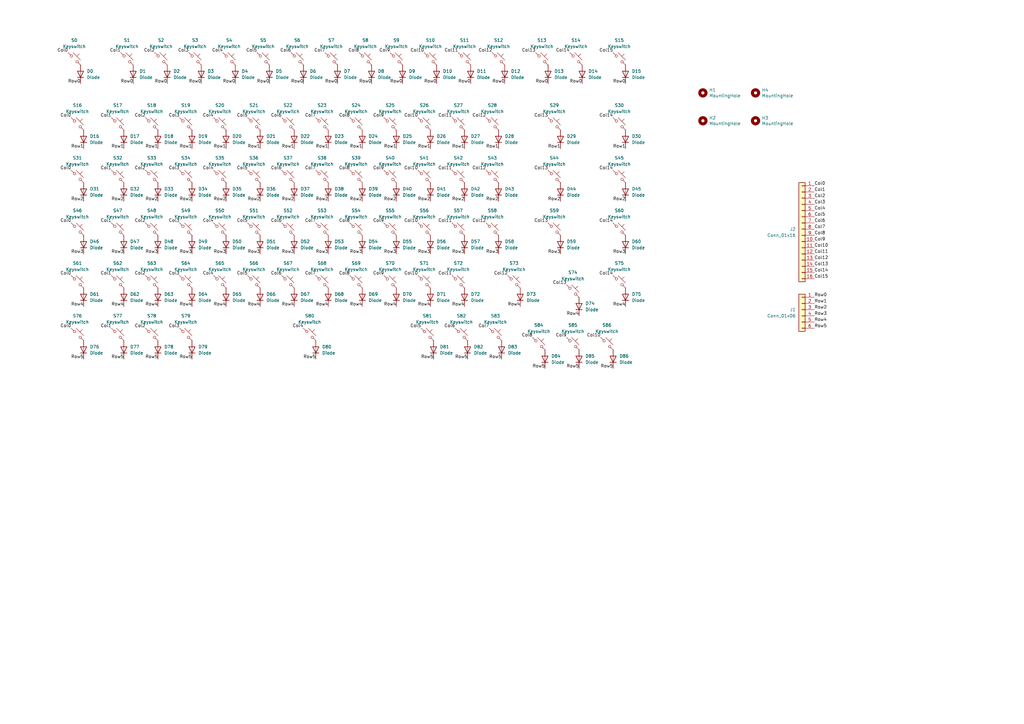
<source format=kicad_sch>
(kicad_sch (version 20231120) (generator "eeschema") (generator_version "8.0")
  (paper "A3")
  (title_block (title "KeebUno") (date "2024-09-21") (rev "0") (company "PsychoDuck") (comment 1 "Author: Gabiii"))
  (label "Row2" (at 78.74 82.55 180))
  (label "Row5" (at 251.46 151.13 180))
  (label "Row2" (at 106.68 82.55 180))
  (label "Col7" (at 129.54 113.03 180))
  (label "Col10" (at 334.01 101.6 0))
  (label "Col10" (at 173.99 21.59 180))
  (label "Row0" (at 334.01 121.92 0))
  (label "Col8" (at 143.51 113.03 180))
  (label "Row3" (at 162.56 104.14 180))
  (label "Col13" (at 224.79 48.26 180))
  (label "Col9" (at 232.41 138.43 180))
  (label "Row1" (at 50.8 60.96 180))
  (label "Row0" (at 33.02 34.29 180))
  (label "Col13" (at 224.79 69.85 180))
  (label "Col3" (at 334.01 83.82 0))
  (label "Col0" (at 334.01 76.2 0))
  (label "Row3" (at 34.29 104.14 180))
  (label "Row2" (at 229.87 82.55 180))
  (label "Col8" (at 143.51 91.44 180))
  (label "Col11" (at 334.01 104.14 0))
  (label "Col14" (at 251.46 69.85 180))
  (label "Row4" (at 78.74 125.73 180))
  (label "Col7" (at 129.54 48.26 180))
  (label "Row4" (at 213.36 125.73 180))
  (label "Col10" (at 171.45 113.03 180))
  (label "Row3" (at 120.65 104.14 180))
  (label "Col0" (at 27.94 21.59 180))
  (label "Col5" (at 334.01 88.9 0))
  (label "Col13" (at 334.01 109.22 0))
  (label "Row1" (at 64.77 60.96 180))
  (label "Col5" (at 101.6 113.03 180))
  (label "Row5" (at 34.29 147.32 180))
  (label "Row3" (at 134.62 104.14 180))
  (label "Col14" (at 334.01 111.76 0))
  (label "Row5" (at 191.77 147.32 180))
  (label "Row1" (at 176.53 60.96 180))
  (label "Row0" (at 110.49 34.29 180))
  (label "Col3" (at 73.66 48.26 180))
  (label "Col1" (at 45.72 134.62 180))
  (label "Col0" (at 29.21 91.44 180))
  (label "Row4" (at 190.5 125.73 180))
  (label "Col2" (at 59.69 134.62 180))
  (label "Row2" (at 134.62 82.55 180))
  (label "Col11" (at 185.42 91.44 180))
  (label "Col4" (at 334.01 86.36 0))
  (label "Row1" (at 78.74 60.96 180))
  (label "Col9" (at 157.48 69.85 180))
  (label "Row3" (at 50.8 104.14 180))
  (label "Col10" (at 171.45 48.26 180))
  (label "Col0" (at 29.21 69.85 180))
  (label "Col3" (at 73.66 91.44 180))
  (label "Row3" (at 204.47 104.14 180))
  (label "Row3" (at 190.5 104.14 180))
  (label "Row5" (at 177.8 147.32 180))
  (label "Row5" (at 205.74 147.32 180))
  (label "Row4" (at 334.01 132.08 0))
  (label "Row1" (at 256.54 60.96 180))
  (label "Row4" (at 237.49 129.54 180))
  (label "Row4" (at 92.71 125.73 180))
  (label "Col6" (at 115.57 69.85 180))
  (label "Row0" (at 207.01 34.29 180))
  (label "Col3" (at 77.47 21.59 180))
  (label "Col10" (at 171.45 91.44 180))
  (label "Row5" (at 334.01 134.62 0))
  (label "Row1" (at 204.47 60.96 180))
  (label "Col3" (at 73.66 113.03 180))
  (label "Col0" (at 29.21 113.03 180))
  (label "Col6" (at 115.57 113.03 180))
  (label "Row2" (at 34.29 82.55 180))
  (label "Row0" (at 54.61 34.29 180))
  (label "Col2" (at 59.69 48.26 180))
  (label "Row1" (at 134.62 60.96 180))
  (label "Row5" (at 129.54 147.32 180))
  (label "Col6" (at 115.57 91.44 180))
  (label "Row1" (at 34.29 60.96 180))
  (label "Col4" (at 87.63 48.26 180))
  (label "Row0" (at 179.07 34.29 180))
  (label "Col8" (at 334.01 96.52 0))
  (label "Row1" (at 229.87 60.96 180))
  (label "Col2" (at 63.5 21.59 180))
  (label "Row1" (at 92.71 60.96 180))
  (label "Col14" (at 233.68 21.59 180))
  (label "Row2" (at 50.8 82.55 180))
  (label "Col11" (at 185.42 69.85 180))
  (label "Col5" (at 172.72 134.62 180))
  (label "Row5" (at 78.74 147.32 180))
  (label "Col12" (at 199.39 91.44 180))
  (label "Col7" (at 129.54 91.44 180))
  (label "Row4" (at 176.53 125.73 180))
  (label "Col14" (at 251.46 91.44 180))
  (label "Row3" (at 256.54 104.14 180))
  (label "Row2" (at 92.71 82.55 180))
  (label "Row1" (at 334.01 124.46 0))
  (label "Col0" (at 29.21 134.62 180))
  (label "Row4" (at 106.68 125.73 180))
  (label "Col5" (at 101.6 91.44 180))
  (label "Col9" (at 160.02 21.59 180))
  (label "Row4" (at 148.59 125.73 180))
  (label "Col6" (at 334.01 91.44 0))
  (label "Row3" (at 176.53 104.14 180))
  (label "Col4" (at 124.46 134.62 180))
  (label "Row0" (at 152.4 34.29 180))
  (label "Row3" (at 64.77 104.14 180))
  (label "Col13" (at 232.41 116.84 180))
  (label "Col11" (at 185.42 48.26 180))
  (label "Row0" (at 238.76 34.29 180))
  (label "Row4" (at 50.8 125.73 180))
  (label "Col0" (at 29.21 48.26 180))
  (label "Row2" (at 148.59 82.55 180))
  (label "Col1" (at 45.72 69.85 180))
  (label "Row4" (at 120.65 125.73 180))
  (label "Col2" (at 59.69 91.44 180))
  (label "Col12" (at 334.01 106.68 0))
  (label "Row5" (at 50.8 147.32 180))
  (label "Row3" (at 106.68 104.14 180))
  (label "Col6" (at 115.57 48.26 180))
  (label "Row2" (at 162.56 82.55 180))
  (label "Col12" (at 199.39 48.26 180))
  (label "Col1" (at 45.72 48.26 180))
  (label "Col11" (at 187.96 21.59 180))
  (label "Row3" (at 78.74 104.14 180))
  (label "Row3" (at 334.01 129.54 0))
  (label "Col5" (at 105.41 21.59 180))
  (label "Row2" (at 204.47 82.55 180))
  (label "Row4" (at 34.29 125.73 180))
  (label "Col9" (at 157.48 113.03 180))
  (label "Col1" (at 334.01 78.74 0))
  (label "Row3" (at 229.87 104.14 180))
  (label "Col6" (at 119.38 21.59 180))
  (label "Row2" (at 190.5 82.55 180))
  (label "Row5" (at 237.49 151.13 180))
  (label "Row0" (at 138.43 34.29 180))
  (label "Col7" (at 334.01 93.98 0))
  (label "Row0" (at 193.04 34.29 180))
  (label "Col15" (at 251.46 21.59 180))
  (label "Col14" (at 251.46 48.26 180))
  (label "Row3" (at 148.59 104.14 180))
  (label "Row0" (at 256.54 34.29 180))
  (label "Row1" (at 148.59 60.96 180))
  (label "Col1" (at 49.53 21.59 180))
  (label "Col2" (at 59.69 113.03 180))
  (label "Col10" (at 171.45 69.85 180))
  (label "Row0" (at 82.55 34.29 180))
  (label "Row4" (at 134.62 125.73 180))
  (label "Row1" (at 190.5 60.96 180))
  (label "Col5" (at 101.6 69.85 180))
  (label "Row1" (at 162.56 60.96 180))
  (label "Col7" (at 200.66 134.62 180))
  (label "Col12" (at 199.39 69.85 180))
  (label "Col5" (at 101.6 48.26 180))
  (label "Col14" (at 251.46 113.03 180))
  (label "Col6" (at 186.69 134.62 180))
  (label "Row1" (at 120.65 60.96 180))
  (label "Row0" (at 224.79 34.29 180))
  (label "Col8" (at 147.32 21.59 180))
  (label "Row4" (at 162.56 125.73 180))
  (label "Col9" (at 157.48 91.44 180))
  (label "Col12" (at 208.28 113.03 180))
  (label "Col3" (at 73.66 69.85 180))
  (label "Row0" (at 68.58 34.29 180))
  (label "Row5" (at 223.52 151.13 180))
  (label "Col2" (at 59.69 69.85 180))
  (label "Col1" (at 45.72 91.44 180))
  (label "Col13" (at 224.79 91.44 180))
  (label "Col2" (at 334.01 81.28 0))
  (label "Row2" (at 176.53 82.55 180))
  (label "Row0" (at 124.46 34.29 180))
  (label "Row5" (at 64.77 147.32 180))
  (label "Col15" (at 334.01 114.3 0))
  (label "Col11" (at 185.42 113.03 180))
  (label "Col13" (at 219.71 21.59 180))
  (label "Row0" (at 96.52 34.29 180))
  (label "Col8" (at 218.44 138.43 180))
  (label "Row2" (at 120.65 82.55 180))
  (label "Col4" (at 91.44 21.59 180))
  (label "Col4" (at 87.63 91.44 180))
  (label "Col4" (at 87.63 69.85 180))
  (label "Col4" (at 87.63 113.03 180))
  (label "Col10" (at 246.38 138.43 180))
  (label "Row1" (at 106.68 60.96 180))
  (label "Col9" (at 334.01 99.06 0))
  (label "Row0" (at 165.1 34.29 180))
  (label "Col7" (at 129.54 69.85 180))
  (label "Row4" (at 64.77 125.73 180))
  (label "Col7" (at 133.35 21.59 180))
  (label "Col8" (at 143.51 48.26 180))
  (label "Row2" (at 256.54 82.55 180))
  (label "Col12" (at 201.93 21.59 180))
  (label "Col1" (at 45.72 113.03 180))
  (label "Row2" (at 64.77 82.55 180))
  (label "Col8" (at 143.51 69.85 180))
  (label "Row3" (at 92.71 104.14 180))
  (label "Col3" (at 73.66 134.62 180))
  (label "Row2" (at 334.01 127 0))
  (label "Row4" (at 256.54 125.73 180))
  (label "Col9" (at 157.48 48.26 180))
  (symbol (lib_id "Mechanical:MountingHole") (at 288.29 49.53 0) (unit 1)
    (property "Reference" "H2" (at 290.83 48.3616 0) (effects (justify left)))
    (property "Value" "MountingHole" (at 290.83 50.673 0) (effects (justify left)))
    (property "Footprint" "MountingHole:MountingHole_3.2mm_M3_DIN965" (effects (hide yes)))
  )
  (symbol (lib_id "Mechanical:MountingHole") (at 288.29 38.1 0) (unit 1)
    (property "Reference" "H1" (at 290.83 36.9316 0) (effects (justify left)))
    (property "Value" "MountingHole" (at 290.83 39.243 0) (effects (justify left)))
    (property "Footprint" "MountingHole:MountingHole_3.2mm_M3_DIN965" (effects (hide yes)))
  )
  (symbol (lib_id "Mechanical:MountingHole") (at 309.88 38.1 0) (unit 1)
    (property "Reference" "H4" (at 312.42 36.9316 0) (effects (justify left)))
    (property "Value" "MountingHole" (at 312.42 39.243 0) (effects (justify left)))
    (property "Footprint" "MountingHole:MountingHole_3.2mm_M3_DIN965" (effects (hide yes)))
  )
  (symbol (lib_id "Mechanical:MountingHole") (at 309.88 49.53 0) (unit 1)
    (property "Reference" "H3" (at 312.42 48.3616 0) (effects (justify left)))
    (property "Value" "MountingHole" (at 312.42 50.673 0) (effects (justify left)))
    (property "Footprint" "MountingHole:MountingHole_3.2mm_M3_DIN965" (effects (hide yes)))
  )
  (symbol (lib_id "ScottoKeebs:Placeholder_Diode") (at 190.5 78.74 90) (unit 1)
    (property "Reference" "D42" (at 193.04 77.4699 90) (effects (justify right)))
    (property "Value" "Diode" (at 193.04 80.0099 90) (effects (justify right)))
    (property "Footprint" "ScottoKeebs_Components:Diode_DO-35" (effects (hide yes)))
    (property "Description" "1N4148 (DO-35) or 1N4148W (SOD-123)" (effects (hide yes)))
    (property "Sim.Device" "D" (effects (hide yes)))
    (property "Sim.Pins" "1=K 2=A" (effects (hide yes)))
  )
  (symbol (lib_id "ScottoKeebs:Placeholder_Diode") (at 34.29 100.33 90) (unit 1)
    (property "Reference" "D46" (at 36.83 99.0599 90) (effects (justify right)))
    (property "Value" "Diode" (at 36.83 101.5999 90) (effects (justify right)))
    (property "Footprint" "ScottoKeebs_Components:Diode_DO-35" (effects (hide yes)))
    (property "Description" "1N4148 (DO-35) or 1N4148W (SOD-123)" (effects (hide yes)))
    (property "Sim.Device" "D" (effects (hide yes)))
    (property "Sim.Pins" "1=K 2=A" (effects (hide yes)))
  )
  (symbol (lib_id "ScottoKeebs:Placeholder_Diode") (at 106.68 100.33 90) (unit 1)
    (property "Reference" "D51" (at 109.22 99.0599 90) (effects (justify right)))
    (property "Value" "Diode" (at 109.22 101.5999 90) (effects (justify right)))
    (property "Footprint" "ScottoKeebs_Components:Diode_DO-35" (effects (hide yes)))
    (property "Description" "1N4148 (DO-35) or 1N4148W (SOD-123)" (effects (hide yes)))
    (property "Sim.Device" "D" (effects (hide yes)))
    (property "Sim.Pins" "1=K 2=A" (effects (hide yes)))
  )
  (symbol (lib_id "Connector_Generic:Conn_01x06") (at 328.93 127 0) (mirror y) (unit 1)
    (property "Reference" "J1" (at 326.39 126.9999 0) (effects (justify left)))
    (property "Value" "Conn_01x06" (at 326.39 129.5399 0) (effects (justify left)))
    (property "Footprint" "Connector_PinHeader_2.54mm:PinHeader_1x06_P2.54mm_Vertical" (effects (hide yes)))
    (property "Description" "Generic connector, single row, 01x06, script generated (kicad-library-utils/schlib/autogen/connector/)" (effects (hide yes)))
  )
  (symbol (lib_id "ScottoKeebs:Placeholder_Keyswitch") (at 204.47 24.13 0) (unit 1)
    (property "Reference" "S12" (at 204.47 16.51 0))
    (property "Value" "Keyswitch" (at 204.47 19.05 0))
    (property "Footprint" "ScottoKeebs_Hotswap:Hotswap_MX_1.00u" (effects (hide yes)))
    (property "Description" "Push button switch, normally open, two pins, 45° tilted" (effects (hide yes)))
  )
  (symbol (lib_id "ScottoKeebs:Placeholder_Diode") (at 106.68 121.92 90) (unit 1)
    (property "Reference" "D66" (at 109.22 120.6499 90) (effects (justify right)))
    (property "Value" "Diode" (at 109.22 123.1899 90) (effects (justify right)))
    (property "Footprint" "ScottoKeebs_Components:Diode_DO-35" (effects (hide yes)))
    (property "Description" "1N4148 (DO-35) or 1N4148W (SOD-123)" (effects (hide yes)))
    (property "Sim.Device" "D" (effects (hide yes)))
    (property "Sim.Pins" "1=K 2=A" (effects (hide yes)))
  )
  (symbol (lib_id "ScottoKeebs:Placeholder_Keyswitch") (at 107.95 24.13 0) (unit 1)
    (property "Reference" "S5" (at 107.95 16.51 0))
    (property "Value" "Keyswitch" (at 107.95 19.05 0))
    (property "Footprint" "ScottoKeebs_Hotswap:Hotswap_MX_1.00u" (effects (hide yes)))
    (property "Description" "Push button switch, normally open, two pins, 45° tilted" (effects (hide yes)))
  )
  (symbol (lib_id "ScottoKeebs:Placeholder_Diode") (at 162.56 100.33 90) (unit 1)
    (property "Reference" "D55" (at 165.1 99.0599 90) (effects (justify right)))
    (property "Value" "Diode" (at 165.1 101.5999 90) (effects (justify right)))
    (property "Footprint" "ScottoKeebs_Components:Diode_DO-35" (effects (hide yes)))
    (property "Description" "1N4148 (DO-35) or 1N4148W (SOD-123)" (effects (hide yes)))
    (property "Sim.Device" "D" (effects (hide yes)))
    (property "Sim.Pins" "1=K 2=A" (effects (hide yes)))
  )
  (symbol (lib_id "ScottoKeebs:Placeholder_Diode") (at 148.59 57.15 90) (unit 1)
    (property "Reference" "D24" (at 151.13 55.8799 90) (effects (justify right)))
    (property "Value" "Diode" (at 151.13 58.4199 90) (effects (justify right)))
    (property "Footprint" "ScottoKeebs_Components:Diode_DO-35" (effects (hide yes)))
    (property "Description" "1N4148 (DO-35) or 1N4148W (SOD-123)" (effects (hide yes)))
    (property "Sim.Device" "D" (effects (hide yes)))
    (property "Sim.Pins" "1=K 2=A" (effects (hide yes)))
  )
  (symbol (lib_id "ScottoKeebs:Placeholder_Keyswitch") (at 90.17 115.57 0) (unit 1)
    (property "Reference" "S65" (at 90.17 107.95 0))
    (property "Value" "Keyswitch" (at 90.17 110.49 0))
    (property "Footprint" "ScottoKeebs_Hotswap:Hotswap_MX_1.00u" (effects (hide yes)))
    (property "Description" "Push button switch, normally open, two pins, 45° tilted" (effects (hide yes)))
  )
  (symbol (lib_id "ScottoKeebs:Placeholder_Keyswitch") (at 62.23 72.39 0) (unit 1)
    (property "Reference" "S33" (at 62.23 64.77 0))
    (property "Value" "Keyswitch" (at 62.23 67.31 0))
    (property "Footprint" "ScottoKeebs_Hotswap:Hotswap_MX_1.00u" (effects (hide yes)))
    (property "Description" "Push button switch, normally open, two pins, 45° tilted" (effects (hide yes)))
  )
  (symbol (lib_id "ScottoKeebs:Placeholder_Keyswitch") (at 132.08 72.39 0) (unit 1)
    (property "Reference" "S38" (at 132.08 64.77 0))
    (property "Value" "Keyswitch" (at 132.08 67.31 0))
    (property "Footprint" "ScottoKeebs_Hotswap:Hotswap_MX_1.00u" (effects (hide yes)))
    (property "Description" "Push button switch, normally open, two pins, 45° tilted" (effects (hide yes)))
  )
  (symbol (lib_id "ScottoKeebs:Placeholder_Diode") (at 152.4 30.48 90) (unit 1)
    (property "Reference" "D8" (at 154.94 29.2099 90) (effects (justify right)))
    (property "Value" "Diode" (at 154.94 31.7499 90) (effects (justify right)))
    (property "Footprint" "ScottoKeebs_Components:Diode_DO-35" (effects (hide yes)))
    (property "Description" "1N4148 (DO-35) or 1N4148W (SOD-123)" (effects (hide yes)))
    (property "Sim.Device" "D" (effects (hide yes)))
    (property "Sim.Pins" "1=K 2=A" (effects (hide yes)))
  )
  (symbol (lib_id "ScottoKeebs:Placeholder_Keyswitch") (at 90.17 93.98 0) (unit 1)
    (property "Reference" "S50" (at 90.17 86.36 0))
    (property "Value" "Keyswitch" (at 90.17 88.9 0))
    (property "Footprint" "ScottoKeebs_Hotswap:Hotswap_MX_1.00u" (effects (hide yes)))
    (property "Description" "Push button switch, normally open, two pins, 45° tilted" (effects (hide yes)))
  )
  (symbol (lib_id "ScottoKeebs:Placeholder_Keyswitch") (at 160.02 50.8 0) (unit 1)
    (property "Reference" "S25" (at 160.02 43.18 0))
    (property "Value" "Keyswitch" (at 160.02 45.72 0))
    (property "Footprint" "ScottoKeebs_Hotswap:Hotswap_MX_1.00u" (effects (hide yes)))
    (property "Description" "Push button switch, normally open, two pins, 45° tilted" (effects (hide yes)))
  )
  (symbol (lib_id "ScottoKeebs:Placeholder_Keyswitch") (at 118.11 115.57 0) (unit 1)
    (property "Reference" "S67" (at 118.11 107.95 0))
    (property "Value" "Keyswitch" (at 118.11 110.49 0))
    (property "Footprint" "ScottoKeebs_Hotswap:Hotswap_MX_1.00u" (effects (hide yes)))
    (property "Description" "Push button switch, normally open, two pins, 45° tilted" (effects (hide yes)))
  )
  (symbol (lib_id "ScottoKeebs:Placeholder_Diode") (at 120.65 57.15 90) (unit 1)
    (property "Reference" "D22" (at 123.19 55.8799 90) (effects (justify right)))
    (property "Value" "Diode" (at 123.19 58.4199 90) (effects (justify right)))
    (property "Footprint" "ScottoKeebs_Components:Diode_DO-35" (effects (hide yes)))
    (property "Description" "1N4148 (DO-35) or 1N4148W (SOD-123)" (effects (hide yes)))
    (property "Sim.Device" "D" (effects (hide yes)))
    (property "Sim.Pins" "1=K 2=A" (effects (hide yes)))
  )
  (symbol (lib_id "ScottoKeebs:Placeholder_Diode") (at 92.71 57.15 90) (unit 1)
    (property "Reference" "D20" (at 95.25 55.8799 90) (effects (justify right)))
    (property "Value" "Diode" (at 95.25 58.4199 90) (effects (justify right)))
    (property "Footprint" "ScottoKeebs_Components:Diode_DO-35" (effects (hide yes)))
    (property "Description" "1N4148 (DO-35) or 1N4148W (SOD-123)" (effects (hide yes)))
    (property "Sim.Device" "D" (effects (hide yes)))
    (property "Sim.Pins" "1=K 2=A" (effects (hide yes)))
  )
  (symbol (lib_id "ScottoKeebs:Placeholder_Diode") (at 78.74 57.15 90) (unit 1)
    (property "Reference" "D19" (at 81.28 55.8799 90) (effects (justify right)))
    (property "Value" "Diode" (at 81.28 58.4199 90) (effects (justify right)))
    (property "Footprint" "ScottoKeebs_Components:Diode_DO-35" (effects (hide yes)))
    (property "Description" "1N4148 (DO-35) or 1N4148W (SOD-123)" (effects (hide yes)))
    (property "Sim.Device" "D" (effects (hide yes)))
    (property "Sim.Pins" "1=K 2=A" (effects (hide yes)))
  )
  (symbol (lib_id "ScottoKeebs:Placeholder_Diode") (at 177.8 143.51 90) (unit 1)
    (property "Reference" "D81" (at 180.34 142.2399 90) (effects (justify right)))
    (property "Value" "Diode" (at 180.34 144.7799 90) (effects (justify right)))
    (property "Footprint" "ScottoKeebs_Components:Diode_DO-35" (effects (hide yes)))
    (property "Description" "1N4148 (DO-35) or 1N4148W (SOD-123)" (effects (hide yes)))
    (property "Sim.Device" "D" (effects (hide yes)))
    (property "Sim.Pins" "1=K 2=A" (effects (hide yes)))
  )
  (symbol (lib_id "ScottoKeebs:Placeholder_Keyswitch") (at 210.82 115.57 0) (unit 1)
    (property "Reference" "S73" (at 210.82 107.95 0))
    (property "Value" "Keyswitch" (at 210.82 110.49 0))
    (property "Footprint" "ScottoKeebs_Hotswap:Hotswap_MX_1.00u" (effects (hide yes)))
    (property "Description" "Push button switch, normally open, two pins, 45° tilted" (effects (hide yes)))
  )
  (symbol (lib_id "ScottoKeebs:Placeholder_Keyswitch") (at 66.04 24.13 0) (unit 1)
    (property "Reference" "S2" (at 66.04 16.51 0))
    (property "Value" "Keyswitch" (at 66.04 19.05 0))
    (property "Footprint" "ScottoKeebs_Hotswap:Hotswap_MX_1.00u" (effects (hide yes)))
    (property "Description" "Push button switch, normally open, two pins, 45° tilted" (effects (hide yes)))
  )
  (symbol (lib_id "ScottoKeebs:Placeholder_Diode") (at 138.43 30.48 90) (unit 1)
    (property "Reference" "D7" (at 140.97 29.2099 90) (effects (justify right)))
    (property "Value" "Diode" (at 140.97 31.7499 90) (effects (justify right)))
    (property "Footprint" "ScottoKeebs_Components:Diode_DO-35" (effects (hide yes)))
    (property "Description" "1N4148 (DO-35) or 1N4148W (SOD-123)" (effects (hide yes)))
    (property "Sim.Device" "D" (effects (hide yes)))
    (property "Sim.Pins" "1=K 2=A" (effects (hide yes)))
  )
  (symbol (lib_id "ScottoKeebs:Placeholder_Diode") (at 256.54 121.92 90) (unit 1)
    (property "Reference" "D75" (at 259.08 120.6499 90) (effects (justify right)))
    (property "Value" "Diode" (at 259.08 123.1899 90) (effects (justify right)))
    (property "Footprint" "ScottoKeebs_Components:Diode_DO-35" (effects (hide yes)))
    (property "Description" "1N4148 (DO-35) or 1N4148W (SOD-123)" (effects (hide yes)))
    (property "Sim.Device" "D" (effects (hide yes)))
    (property "Sim.Pins" "1=K 2=A" (effects (hide yes)))
  )
  (symbol (lib_id "ScottoKeebs:Placeholder_Diode") (at 237.49 147.32 90) (unit 1)
    (property "Reference" "D85" (at 240.03 146.0499 90) (effects (justify right)))
    (property "Value" "Diode" (at 240.03 148.5899 90) (effects (justify right)))
    (property "Footprint" "ScottoKeebs_Components:Diode_DO-35" (effects (hide yes)))
    (property "Description" "1N4148 (DO-35) or 1N4148W (SOD-123)" (effects (hide yes)))
    (property "Sim.Device" "D" (effects (hide yes)))
    (property "Sim.Pins" "1=K 2=A" (effects (hide yes)))
  )
  (symbol (lib_id "ScottoKeebs:Placeholder_Keyswitch") (at 173.99 50.8 0) (unit 1)
    (property "Reference" "S26" (at 173.99 43.18 0))
    (property "Value" "Keyswitch" (at 173.99 45.72 0))
    (property "Footprint" "ScottoKeebs_Hotswap:Hotswap_MX_1.00u" (effects (hide yes)))
    (property "Description" "Push button switch, normally open, two pins, 45° tilted" (effects (hide yes)))
  )
  (symbol (lib_id "ScottoKeebs:Placeholder_Keyswitch") (at 118.11 72.39 0) (unit 1)
    (property "Reference" "S37" (at 118.11 64.77 0))
    (property "Value" "Keyswitch" (at 118.11 67.31 0))
    (property "Footprint" "ScottoKeebs_Hotswap:Hotswap_MX_1.00u" (effects (hide yes)))
    (property "Description" "Push button switch, normally open, two pins, 45° tilted" (effects (hide yes)))
  )
  (symbol (lib_id "ScottoKeebs:Placeholder_Diode") (at 213.36 121.92 90) (unit 1)
    (property "Reference" "D73" (at 215.9 120.6499 90) (effects (justify right)))
    (property "Value" "Diode" (at 215.9 123.1899 90) (effects (justify right)))
    (property "Footprint" "ScottoKeebs_Components:Diode_DO-35" (effects (hide yes)))
    (property "Description" "1N4148 (DO-35) or 1N4148W (SOD-123)" (effects (hide yes)))
    (property "Sim.Device" "D" (effects (hide yes)))
    (property "Sim.Pins" "1=K 2=A" (effects (hide yes)))
  )
  (symbol (lib_id "ScottoKeebs:Placeholder_Diode") (at 134.62 57.15 90) (unit 1)
    (property "Reference" "D23" (at 137.16 55.8799 90) (effects (justify right)))
    (property "Value" "Diode" (at 137.16 58.4199 90) (effects (justify right)))
    (property "Footprint" "ScottoKeebs_Components:Diode_DO-35" (effects (hide yes)))
    (property "Description" "1N4148 (DO-35) or 1N4148W (SOD-123)" (effects (hide yes)))
    (property "Sim.Device" "D" (effects (hide yes)))
    (property "Sim.Pins" "1=K 2=A" (effects (hide yes)))
  )
  (symbol (lib_id "ScottoKeebs:Placeholder_Diode") (at 120.65 78.74 90) (unit 1)
    (property "Reference" "D37" (at 123.19 77.4699 90) (effects (justify right)))
    (property "Value" "Diode" (at 123.19 80.0099 90) (effects (justify right)))
    (property "Footprint" "ScottoKeebs_Components:Diode_DO-35" (effects (hide yes)))
    (property "Description" "1N4148 (DO-35) or 1N4148W (SOD-123)" (effects (hide yes)))
    (property "Sim.Device" "D" (effects (hide yes)))
    (property "Sim.Pins" "1=K 2=A" (effects (hide yes)))
  )
  (symbol (lib_id "ScottoKeebs:Placeholder_Diode") (at 106.68 78.74 90) (unit 1)
    (property "Reference" "D36" (at 109.22 77.4699 90) (effects (justify right)))
    (property "Value" "Diode" (at 109.22 80.0099 90) (effects (justify right)))
    (property "Footprint" "ScottoKeebs_Components:Diode_DO-35" (effects (hide yes)))
    (property "Description" "1N4148 (DO-35) or 1N4148W (SOD-123)" (effects (hide yes)))
    (property "Sim.Device" "D" (effects (hide yes)))
    (property "Sim.Pins" "1=K 2=A" (effects (hide yes)))
  )
  (symbol (lib_id "ScottoKeebs:Placeholder_Diode") (at 78.74 143.51 90) (unit 1)
    (property "Reference" "D79" (at 81.28 142.2399 90) (effects (justify right)))
    (property "Value" "Diode" (at 81.28 144.7799 90) (effects (justify right)))
    (property "Footprint" "ScottoKeebs_Components:Diode_DO-35" (effects (hide yes)))
    (property "Description" "1N4148 (DO-35) or 1N4148W (SOD-123)" (effects (hide yes)))
    (property "Sim.Device" "D" (effects (hide yes)))
    (property "Sim.Pins" "1=K 2=A" (effects (hide yes)))
  )
  (symbol (lib_id "ScottoKeebs:Placeholder_Diode") (at 68.58 30.48 90) (unit 1)
    (property "Reference" "D2" (at 71.12 29.2099 90) (effects (justify right)))
    (property "Value" "Diode" (at 71.12 31.7499 90) (effects (justify right)))
    (property "Footprint" "ScottoKeebs_Components:Diode_DO-35" (effects (hide yes)))
    (property "Description" "1N4148 (DO-35) or 1N4148W (SOD-123)" (effects (hide yes)))
    (property "Sim.Device" "D" (effects (hide yes)))
    (property "Sim.Pins" "1=K 2=A" (effects (hide yes)))
  )
  (symbol (lib_id "ScottoKeebs:Placeholder_Keyswitch") (at 76.2 93.98 0) (unit 1)
    (property "Reference" "S49" (at 76.2 86.36 0))
    (property "Value" "Keyswitch" (at 76.2 88.9 0))
    (property "Footprint" "ScottoKeebs_Hotswap:Hotswap_MX_1.00u" (effects (hide yes)))
    (property "Description" "Push button switch, normally open, two pins, 45° tilted" (effects (hide yes)))
  )
  (symbol (lib_id "ScottoKeebs:Placeholder_Diode") (at 33.02 30.48 90) (unit 1)
    (property "Reference" "D0" (at 35.56 29.2099 90) (effects (justify right)))
    (property "Value" "Diode" (at 35.56 31.7499 90) (effects (justify right)))
    (property "Footprint" "ScottoKeebs_Components:Diode_DO-35" (effects (hide yes)))
    (property "Description" "1N4148 (DO-35) or 1N4148W (SOD-123)" (effects (hide yes)))
    (property "Sim.Device" "D" (effects (hide yes)))
    (property "Sim.Pins" "1=K 2=A" (effects (hide yes)))
  )
  (symbol (lib_id "ScottoKeebs:Placeholder_Keyswitch") (at 254 93.98 0) (unit 1)
    (property "Reference" "S60" (at 254 86.36 0))
    (property "Value" "Keyswitch" (at 254 88.9 0))
    (property "Footprint" "ScottoKeebs_Hotswap:Hotswap_MX_1.00u" (effects (hide yes)))
    (property "Description" "Push button switch, normally open, two pins, 45° tilted" (effects (hide yes)))
  )
  (symbol (lib_id "ScottoKeebs:Placeholder_Keyswitch") (at 31.75 137.16 0) (unit 1)
    (property "Reference" "S76" (at 31.75 129.54 0))
    (property "Value" "Keyswitch" (at 31.75 132.08 0))
    (property "Footprint" "ScottoKeebs_Hotswap:Hotswap_MX_1.00u" (effects (hide yes)))
    (property "Description" "Push button switch, normally open, two pins, 45° tilted" (effects (hide yes)))
  )
  (symbol (lib_id "ScottoKeebs:Placeholder_Diode") (at 179.07 30.48 90) (unit 1)
    (property "Reference" "D10" (at 181.61 29.2099 90) (effects (justify right)))
    (property "Value" "Diode" (at 181.61 31.7499 90) (effects (justify right)))
    (property "Footprint" "ScottoKeebs_Components:Diode_DO-35" (effects (hide yes)))
    (property "Description" "1N4148 (DO-35) or 1N4148W (SOD-123)" (effects (hide yes)))
    (property "Sim.Device" "D" (effects (hide yes)))
    (property "Sim.Pins" "1=K 2=A" (effects (hide yes)))
  )
  (symbol (lib_id "ScottoKeebs:Placeholder_Diode") (at 205.74 143.51 90) (unit 1)
    (property "Reference" "D83" (at 208.28 142.2399 90) (effects (justify right)))
    (property "Value" "Diode" (at 208.28 144.7799 90) (effects (justify right)))
    (property "Footprint" "ScottoKeebs_Components:Diode_DO-35" (effects (hide yes)))
    (property "Description" "1N4148 (DO-35) or 1N4148W (SOD-123)" (effects (hide yes)))
    (property "Sim.Device" "D" (effects (hide yes)))
    (property "Sim.Pins" "1=K 2=A" (effects (hide yes)))
  )
  (symbol (lib_id "ScottoKeebs:Placeholder_Keyswitch") (at 160.02 115.57 0) (unit 1)
    (property "Reference" "S70" (at 160.02 107.95 0))
    (property "Value" "Keyswitch" (at 160.02 110.49 0))
    (property "Footprint" "ScottoKeebs_Hotswap:Hotswap_MX_1.00u" (effects (hide yes)))
    (property "Description" "Push button switch, normally open, two pins, 45° tilted" (effects (hide yes)))
  )
  (symbol (lib_id "ScottoKeebs:Placeholder_Diode") (at 64.77 78.74 90) (unit 1)
    (property "Reference" "D33" (at 67.31 77.4699 90) (effects (justify right)))
    (property "Value" "Diode" (at 67.31 80.0099 90) (effects (justify right)))
    (property "Footprint" "ScottoKeebs_Components:Diode_DO-35" (effects (hide yes)))
    (property "Description" "1N4148 (DO-35) or 1N4148W (SOD-123)" (effects (hide yes)))
    (property "Sim.Device" "D" (effects (hide yes)))
    (property "Sim.Pins" "1=K 2=A" (effects (hide yes)))
  )
  (symbol (lib_id "ScottoKeebs:Placeholder_Keyswitch") (at 160.02 72.39 0) (unit 1)
    (property "Reference" "S40" (at 160.02 64.77 0))
    (property "Value" "Keyswitch" (at 160.02 67.31 0))
    (property "Footprint" "ScottoKeebs_Hotswap:Hotswap_MX_1.00u" (effects (hide yes)))
    (property "Description" "Push button switch, normally open, two pins, 45° tilted" (effects (hide yes)))
  )
  (symbol (lib_id "ScottoKeebs:Placeholder_Keyswitch") (at 201.93 93.98 0) (unit 1)
    (property "Reference" "S58" (at 201.93 86.36 0))
    (property "Value" "Keyswitch" (at 201.93 88.9 0))
    (property "Footprint" "ScottoKeebs_Hotswap:Hotswap_MX_1.00u" (effects (hide yes)))
    (property "Description" "Push button switch, normally open, two pins, 45° tilted" (effects (hide yes)))
  )
  (symbol (lib_id "ScottoKeebs:Placeholder_Keyswitch") (at 52.07 24.13 0) (unit 1)
    (property "Reference" "S1" (at 52.07 16.51 0))
    (property "Value" "Keyswitch" (at 52.07 19.05 0))
    (property "Footprint" "ScottoKeebs_Hotswap:Hotswap_MX_1.00u" (effects (hide yes)))
    (property "Description" "Push button switch, normally open, two pins, 45° tilted" (effects (hide yes)))
  )
  (symbol (lib_id "ScottoKeebs:Placeholder_Diode") (at 224.79 30.48 90) (unit 1)
    (property "Reference" "D13" (at 227.33 29.2099 90) (effects (justify right)))
    (property "Value" "Diode" (at 227.33 31.7499 90) (effects (justify right)))
    (property "Footprint" "ScottoKeebs_Components:Diode_DO-35" (effects (hide yes)))
    (property "Description" "1N4148 (DO-35) or 1N4148W (SOD-123)" (effects (hide yes)))
    (property "Sim.Device" "D" (effects (hide yes)))
    (property "Sim.Pins" "1=K 2=A" (effects (hide yes)))
  )
  (symbol (lib_id "ScottoKeebs:Placeholder_Keyswitch") (at 146.05 115.57 0) (unit 1)
    (property "Reference" "S69" (at 146.05 107.95 0))
    (property "Value" "Keyswitch" (at 146.05 110.49 0))
    (property "Footprint" "ScottoKeebs_Hotswap:Hotswap_MX_1.00u" (effects (hide yes)))
    (property "Description" "Push button switch, normally open, two pins, 45° tilted" (effects (hide yes)))
  )
  (symbol (lib_id "ScottoKeebs:Placeholder_Keyswitch") (at 187.96 115.57 0) (unit 1)
    (property "Reference" "S72" (at 187.96 107.95 0))
    (property "Value" "Keyswitch" (at 187.96 110.49 0))
    (property "Footprint" "ScottoKeebs_Hotswap:Hotswap_MX_1.00u" (effects (hide yes)))
    (property "Description" "Push button switch, normally open, two pins, 45° tilted" (effects (hide yes)))
  )
  (symbol (lib_id "ScottoKeebs:Placeholder_Diode") (at 96.52 30.48 90) (unit 1)
    (property "Reference" "D4" (at 99.06 29.2099 90) (effects (justify right)))
    (property "Value" "Diode" (at 99.06 31.7499 90) (effects (justify right)))
    (property "Footprint" "ScottoKeebs_Components:Diode_DO-35" (effects (hide yes)))
    (property "Description" "1N4148 (DO-35) or 1N4148W (SOD-123)" (effects (hide yes)))
    (property "Sim.Device" "D" (effects (hide yes)))
    (property "Sim.Pins" "1=K 2=A" (effects (hide yes)))
  )
  (symbol (lib_id "ScottoKeebs:Placeholder_Keyswitch") (at 254 24.13 0) (unit 1)
    (property "Reference" "S15" (at 254 16.51 0))
    (property "Value" "Keyswitch" (at 254 19.05 0))
    (property "Footprint" "ScottoKeebs_Hotswap:Hotswap_MX_1.00u" (effects (hide yes)))
    (property "Description" "Push button switch, normally open, two pins, 45° tilted" (effects (hide yes)))
  )
  (symbol (lib_id "ScottoKeebs:Placeholder_Keyswitch") (at 189.23 137.16 0) (unit 1)
    (property "Reference" "S82" (at 189.23 129.54 0))
    (property "Value" "Keyswitch" (at 189.23 132.08 0))
    (property "Footprint" "ScottoKeebs_Hotswap:Hotswap_MX_1.00u" (effects (hide yes)))
    (property "Description" "Push button switch, normally open, two pins, 45° tilted" (effects (hide yes)))
  )
  (symbol (lib_id "ScottoKeebs:Placeholder_Keyswitch") (at 234.95 119.38 0) (unit 1)
    (property "Reference" "S74" (at 234.95 111.76 0))
    (property "Value" "Keyswitch" (at 234.95 114.3 0))
    (property "Footprint" "ScottoKeebs_Hotswap:Hotswap_MX_1.00u" (effects (hide yes)))
    (property "Description" "Push button switch, normally open, two pins, 45° tilted" (effects (hide yes)))
  )
  (symbol (lib_id "ScottoKeebs:Placeholder_Keyswitch") (at 30.48 24.13 0) (unit 1)
    (property "Reference" "S0" (at 30.48 16.51 0))
    (property "Value" "Keyswitch" (at 30.48 19.05 0))
    (property "Footprint" "ScottoKeebs_Hotswap:Hotswap_MX_1.00u" (effects (hide yes)))
    (property "Description" "Push button switch, normally open, two pins, 45° tilted" (effects (hide yes)))
  )
  (symbol (lib_id "ScottoKeebs:Placeholder_Diode") (at 238.76 30.48 90) (unit 1)
    (property "Reference" "D14" (at 241.3 29.2099 90) (effects (justify right)))
    (property "Value" "Diode" (at 241.3 31.7499 90) (effects (justify right)))
    (property "Footprint" "ScottoKeebs_Components:Diode_DO-35" (effects (hide yes)))
    (property "Description" "1N4148 (DO-35) or 1N4148W (SOD-123)" (effects (hide yes)))
    (property "Sim.Device" "D" (effects (hide yes)))
    (property "Sim.Pins" "1=K 2=A" (effects (hide yes)))
  )
  (symbol (lib_id "ScottoKeebs:Placeholder_Keyswitch") (at 48.26 137.16 0) (unit 1)
    (property "Reference" "S77" (at 48.26 129.54 0))
    (property "Value" "Keyswitch" (at 48.26 132.08 0))
    (property "Footprint" "ScottoKeebs_Hotswap:Hotswap_MX_1.00u" (effects (hide yes)))
    (property "Description" "Push button switch, normally open, two pins, 45° tilted" (effects (hide yes)))
  )
  (symbol (lib_id "ScottoKeebs:Placeholder_Keyswitch") (at 90.17 72.39 0) (unit 1)
    (property "Reference" "S35" (at 90.17 64.77 0))
    (property "Value" "Keyswitch" (at 90.17 67.31 0))
    (property "Footprint" "ScottoKeebs_Hotswap:Hotswap_MX_1.00u" (effects (hide yes)))
    (property "Description" "Push button switch, normally open, two pins, 45° tilted" (effects (hide yes)))
  )
  (symbol (lib_id "ScottoKeebs:Placeholder_Keyswitch") (at 132.08 115.57 0) (unit 1)
    (property "Reference" "S68" (at 132.08 107.95 0))
    (property "Value" "Keyswitch" (at 132.08 110.49 0))
    (property "Footprint" "ScottoKeebs_Hotswap:Hotswap_MX_1.00u" (effects (hide yes)))
    (property "Description" "Push button switch, normally open, two pins, 45° tilted" (effects (hide yes)))
  )
  (symbol (lib_id "ScottoKeebs:Placeholder_Diode") (at 50.8 100.33 90) (unit 1)
    (property "Reference" "D47" (at 53.34 99.0599 90) (effects (justify right)))
    (property "Value" "Diode" (at 53.34 101.5999 90) (effects (justify right)))
    (property "Footprint" "ScottoKeebs_Components:Diode_DO-35" (effects (hide yes)))
    (property "Description" "1N4148 (DO-35) or 1N4148W (SOD-123)" (effects (hide yes)))
    (property "Sim.Device" "D" (effects (hide yes)))
    (property "Sim.Pins" "1=K 2=A" (effects (hide yes)))
  )
  (symbol (lib_id "ScottoKeebs:Placeholder_Keyswitch") (at 90.17 50.8 0) (unit 1)
    (property "Reference" "S20" (at 90.17 43.18 0))
    (property "Value" "Keyswitch" (at 90.17 45.72 0))
    (property "Footprint" "ScottoKeebs_Hotswap:Hotswap_MX_1.00u" (effects (hide yes)))
    (property "Description" "Push button switch, normally open, two pins, 45° tilted" (effects (hide yes)))
  )
  (symbol (lib_id "ScottoKeebs:Placeholder_Diode") (at 120.65 121.92 90) (unit 1)
    (property "Reference" "D67" (at 123.19 120.6499 90) (effects (justify right)))
    (property "Value" "Diode" (at 123.19 123.1899 90) (effects (justify right)))
    (property "Footprint" "ScottoKeebs_Components:Diode_DO-35" (effects (hide yes)))
    (property "Description" "1N4148 (DO-35) or 1N4148W (SOD-123)" (effects (hide yes)))
    (property "Sim.Device" "D" (effects (hide yes)))
    (property "Sim.Pins" "1=K 2=A" (effects (hide yes)))
  )
  (symbol (lib_id "ScottoKeebs:Placeholder_Diode") (at 64.77 100.33 90) (unit 1)
    (property "Reference" "D48" (at 67.31 99.0599 90) (effects (justify right)))
    (property "Value" "Diode" (at 67.31 101.5999 90) (effects (justify right)))
    (property "Footprint" "ScottoKeebs_Components:Diode_DO-35" (effects (hide yes)))
    (property "Description" "1N4148 (DO-35) or 1N4148W (SOD-123)" (effects (hide yes)))
    (property "Sim.Device" "D" (effects (hide yes)))
    (property "Sim.Pins" "1=K 2=A" (effects (hide yes)))
  )
  (symbol (lib_id "ScottoKeebs:Placeholder_Diode") (at 50.8 143.51 90) (unit 1)
    (property "Reference" "D77" (at 53.34 142.2399 90) (effects (justify right)))
    (property "Value" "Diode" (at 53.34 144.7799 90) (effects (justify right)))
    (property "Footprint" "ScottoKeebs_Components:Diode_DO-35" (effects (hide yes)))
    (property "Description" "1N4148 (DO-35) or 1N4148W (SOD-123)" (effects (hide yes)))
    (property "Sim.Device" "D" (effects (hide yes)))
    (property "Sim.Pins" "1=K 2=A" (effects (hide yes)))
  )
  (symbol (lib_id "ScottoKeebs:Placeholder_Keyswitch") (at 104.14 93.98 0) (unit 1)
    (property "Reference" "S51" (at 104.14 86.36 0))
    (property "Value" "Keyswitch" (at 104.14 88.9 0))
    (property "Footprint" "ScottoKeebs_Hotswap:Hotswap_MX_1.00u" (effects (hide yes)))
    (property "Description" "Push button switch, normally open, two pins, 45° tilted" (effects (hide yes)))
  )
  (symbol (lib_id "ScottoKeebs:Placeholder_Diode") (at 229.87 57.15 90) (unit 1)
    (property "Reference" "D29" (at 232.41 55.8799 90) (effects (justify right)))
    (property "Value" "Diode" (at 232.41 58.4199 90) (effects (justify right)))
    (property "Footprint" "ScottoKeebs_Components:Diode_DO-35" (effects (hide yes)))
    (property "Description" "1N4148 (DO-35) or 1N4148W (SOD-123)" (effects (hide yes)))
    (property "Sim.Device" "D" (effects (hide yes)))
    (property "Sim.Pins" "1=K 2=A" (effects (hide yes)))
  )
  (symbol (lib_id "ScottoKeebs:Placeholder_Diode") (at 92.71 100.33 90) (unit 1)
    (property "Reference" "D50" (at 95.25 99.0599 90) (effects (justify right)))
    (property "Value" "Diode" (at 95.25 101.5999 90) (effects (justify right)))
    (property "Footprint" "ScottoKeebs_Components:Diode_DO-35" (effects (hide yes)))
    (property "Description" "1N4148 (DO-35) or 1N4148W (SOD-123)" (effects (hide yes)))
    (property "Sim.Device" "D" (effects (hide yes)))
    (property "Sim.Pins" "1=K 2=A" (effects (hide yes)))
  )
  (symbol (lib_id "ScottoKeebs:Placeholder_Keyswitch") (at 80.01 24.13 0) (unit 1)
    (property "Reference" "S3" (at 80.01 16.51 0))
    (property "Value" "Keyswitch" (at 80.01 19.05 0))
    (property "Footprint" "ScottoKeebs_Hotswap:Hotswap_MX_1.00u" (effects (hide yes)))
    (property "Description" "Push button switch, normally open, two pins, 45° tilted" (effects (hide yes)))
  )
  (symbol (lib_id "ScottoKeebs:Placeholder_Diode") (at 229.87 100.33 90) (unit 1)
    (property "Reference" "D59" (at 232.41 99.0599 90) (effects (justify right)))
    (property "Value" "Diode" (at 232.41 101.5999 90) (effects (justify right)))
    (property "Footprint" "ScottoKeebs_Components:Diode_DO-35" (effects (hide yes)))
    (property "Description" "1N4148 (DO-35) or 1N4148W (SOD-123)" (effects (hide yes)))
    (property "Sim.Device" "D" (effects (hide yes)))
    (property "Sim.Pins" "1=K 2=A" (effects (hide yes)))
  )
  (symbol (lib_id "ScottoKeebs:Placeholder_Keyswitch") (at 104.14 50.8 0) (unit 1)
    (property "Reference" "S21" (at 104.14 43.18 0))
    (property "Value" "Keyswitch" (at 104.14 45.72 0))
    (property "Footprint" "ScottoKeebs_Hotswap:Hotswap_MX_1.00u" (effects (hide yes)))
    (property "Description" "Push button switch, normally open, two pins, 45° tilted" (effects (hide yes)))
  )
  (symbol (lib_id "ScottoKeebs:Placeholder_Keyswitch") (at 173.99 115.57 0) (unit 1)
    (property "Reference" "S71" (at 173.99 107.95 0))
    (property "Value" "Keyswitch" (at 173.99 110.49 0))
    (property "Footprint" "ScottoKeebs_Hotswap:Hotswap_MX_1.00u" (effects (hide yes)))
    (property "Description" "Push button switch, normally open, two pins, 45° tilted" (effects (hide yes)))
  )
  (symbol (lib_id "ScottoKeebs:Placeholder_Diode") (at 229.87 78.74 90) (unit 1)
    (property "Reference" "D44" (at 232.41 77.4699 90) (effects (justify right)))
    (property "Value" "Diode" (at 232.41 80.0099 90) (effects (justify right)))
    (property "Footprint" "ScottoKeebs_Components:Diode_DO-35" (effects (hide yes)))
    (property "Description" "1N4148 (DO-35) or 1N4148W (SOD-123)" (effects (hide yes)))
    (property "Sim.Device" "D" (effects (hide yes)))
    (property "Sim.Pins" "1=K 2=A" (effects (hide yes)))
  )
  (symbol (lib_id "ScottoKeebs:Placeholder_Keyswitch") (at 104.14 72.39 0) (unit 1)
    (property "Reference" "S36" (at 104.14 64.77 0))
    (property "Value" "Keyswitch" (at 104.14 67.31 0))
    (property "Footprint" "ScottoKeebs_Hotswap:Hotswap_MX_1.00u" (effects (hide yes)))
    (property "Description" "Push button switch, normally open, two pins, 45° tilted" (effects (hide yes)))
  )
  (symbol (lib_id "ScottoKeebs:Placeholder_Diode") (at 176.53 78.74 90) (unit 1)
    (property "Reference" "D41" (at 179.07 77.4699 90) (effects (justify right)))
    (property "Value" "Diode" (at 179.07 80.0099 90) (effects (justify right)))
    (property "Footprint" "ScottoKeebs_Components:Diode_DO-35" (effects (hide yes)))
    (property "Description" "1N4148 (DO-35) or 1N4148W (SOD-123)" (effects (hide yes)))
    (property "Sim.Device" "D" (effects (hide yes)))
    (property "Sim.Pins" "1=K 2=A" (effects (hide yes)))
  )
  (symbol (lib_id "ScottoKeebs:Placeholder_Diode") (at 110.49 30.48 90) (unit 1)
    (property "Reference" "D5" (at 113.03 29.2099 90) (effects (justify right)))
    (property "Value" "Diode" (at 113.03 31.7499 90) (effects (justify right)))
    (property "Footprint" "ScottoKeebs_Components:Diode_DO-35" (effects (hide yes)))
    (property "Description" "1N4148 (DO-35) or 1N4148W (SOD-123)" (effects (hide yes)))
    (property "Sim.Device" "D" (effects (hide yes)))
    (property "Sim.Pins" "1=K 2=A" (effects (hide yes)))
  )
  (symbol (lib_id "ScottoKeebs:Placeholder_Diode") (at 204.47 100.33 90) (unit 1)
    (property "Reference" "D58" (at 207.01 99.0599 90) (effects (justify right)))
    (property "Value" "Diode" (at 207.01 101.5999 90) (effects (justify right)))
    (property "Footprint" "ScottoKeebs_Components:Diode_DO-35" (effects (hide yes)))
    (property "Description" "1N4148 (DO-35) or 1N4148W (SOD-123)" (effects (hide yes)))
    (property "Sim.Device" "D" (effects (hide yes)))
    (property "Sim.Pins" "1=K 2=A" (effects (hide yes)))
  )
  (symbol (lib_id "ScottoKeebs:Placeholder_Diode") (at 165.1 30.48 90) (unit 1)
    (property "Reference" "D9" (at 167.64 29.2099 90) (effects (justify right)))
    (property "Value" "Diode" (at 167.64 31.7499 90) (effects (justify right)))
    (property "Footprint" "ScottoKeebs_Components:Diode_DO-35" (effects (hide yes)))
    (property "Description" "1N4148 (DO-35) or 1N4148W (SOD-123)" (effects (hide yes)))
    (property "Sim.Device" "D" (effects (hide yes)))
    (property "Sim.Pins" "1=K 2=A" (effects (hide yes)))
  )
  (symbol (lib_id "ScottoKeebs:Placeholder_Diode") (at 148.59 100.33 90) (unit 1)
    (property "Reference" "D54" (at 151.13 99.0599 90) (effects (justify right)))
    (property "Value" "Diode" (at 151.13 101.5999 90) (effects (justify right)))
    (property "Footprint" "ScottoKeebs_Components:Diode_DO-35" (effects (hide yes)))
    (property "Description" "1N4148 (DO-35) or 1N4148W (SOD-123)" (effects (hide yes)))
    (property "Sim.Device" "D" (effects (hide yes)))
    (property "Sim.Pins" "1=K 2=A" (effects (hide yes)))
  )
  (symbol (lib_id "ScottoKeebs:Placeholder_Keyswitch") (at 248.92 140.97 0) (unit 1)
    (property "Reference" "S86" (at 248.92 133.35 0))
    (property "Value" "Keyswitch" (at 248.92 135.89 0))
    (property "Footprint" "ScottoKeebs_Hotswap:Hotswap_MX_1.00u" (effects (hide yes)))
    (property "Description" "Push button switch, normally open, two pins, 45° tilted" (effects (hide yes)))
  )
  (symbol (lib_id "ScottoKeebs:Placeholder_Diode") (at 134.62 100.33 90) (unit 1)
    (property "Reference" "D53" (at 137.16 99.0599 90) (effects (justify right)))
    (property "Value" "Diode" (at 137.16 101.5999 90) (effects (justify right)))
    (property "Footprint" "ScottoKeebs_Components:Diode_DO-35" (effects (hide yes)))
    (property "Description" "1N4148 (DO-35) or 1N4148W (SOD-123)" (effects (hide yes)))
    (property "Sim.Device" "D" (effects (hide yes)))
    (property "Sim.Pins" "1=K 2=A" (effects (hide yes)))
  )
  (symbol (lib_id "ScottoKeebs:Placeholder_Keyswitch") (at 254 50.8 0) (unit 1)
    (property "Reference" "S30" (at 254 43.18 0))
    (property "Value" "Keyswitch" (at 254 45.72 0))
    (property "Footprint" "ScottoKeebs_Hotswap:Hotswap_MX_1.00u" (effects (hide yes)))
    (property "Description" "Push button switch, normally open, two pins, 45° tilted" (effects (hide yes)))
  )
  (symbol (lib_id "ScottoKeebs:Placeholder_Diode") (at 134.62 121.92 90) (unit 1)
    (property "Reference" "D68" (at 137.16 120.6499 90) (effects (justify right)))
    (property "Value" "Diode" (at 137.16 123.1899 90) (effects (justify right)))
    (property "Footprint" "ScottoKeebs_Components:Diode_DO-35" (effects (hide yes)))
    (property "Description" "1N4148 (DO-35) or 1N4148W (SOD-123)" (effects (hide yes)))
    (property "Sim.Device" "D" (effects (hide yes)))
    (property "Sim.Pins" "1=K 2=A" (effects (hide yes)))
  )
  (symbol (lib_id "ScottoKeebs:Placeholder_Diode") (at 191.77 143.51 90) (unit 1)
    (property "Reference" "D82" (at 194.31 142.2399 90) (effects (justify right)))
    (property "Value" "Diode" (at 194.31 144.7799 90) (effects (justify right)))
    (property "Footprint" "ScottoKeebs_Components:Diode_DO-35" (effects (hide yes)))
    (property "Description" "1N4148 (DO-35) or 1N4148W (SOD-123)" (effects (hide yes)))
    (property "Sim.Device" "D" (effects (hide yes)))
    (property "Sim.Pins" "1=K 2=A" (effects (hide yes)))
  )
  (symbol (lib_id "ScottoKeebs:Placeholder_Keyswitch") (at 162.56 24.13 0) (unit 1)
    (property "Reference" "S9" (at 162.56 16.51 0))
    (property "Value" "Keyswitch" (at 162.56 19.05 0))
    (property "Footprint" "ScottoKeebs_Hotswap:Hotswap_MX_1.00u" (effects (hide yes)))
    (property "Description" "Push button switch, normally open, two pins, 45° tilted" (effects (hide yes)))
  )
  (symbol (lib_id "ScottoKeebs:Placeholder_Diode") (at 204.47 78.74 90) (unit 1)
    (property "Reference" "D43" (at 207.01 77.4699 90) (effects (justify right)))
    (property "Value" "Diode" (at 207.01 80.0099 90) (effects (justify right)))
    (property "Footprint" "ScottoKeebs_Components:Diode_DO-35" (effects (hide yes)))
    (property "Description" "1N4148 (DO-35) or 1N4148W (SOD-123)" (effects (hide yes)))
    (property "Sim.Device" "D" (effects (hide yes)))
    (property "Sim.Pins" "1=K 2=A" (effects (hide yes)))
  )
  (symbol (lib_id "ScottoKeebs:Placeholder_Diode") (at 78.74 100.33 90) (unit 1)
    (property "Reference" "D49" (at 81.28 99.0599 90) (effects (justify right)))
    (property "Value" "Diode" (at 81.28 101.5999 90) (effects (justify right)))
    (property "Footprint" "ScottoKeebs_Components:Diode_DO-35" (effects (hide yes)))
    (property "Description" "1N4148 (DO-35) or 1N4148W (SOD-123)" (effects (hide yes)))
    (property "Sim.Device" "D" (effects (hide yes)))
    (property "Sim.Pins" "1=K 2=A" (effects (hide yes)))
  )
  (symbol (lib_id "ScottoKeebs:Placeholder_Keyswitch") (at 222.25 24.13 0) (unit 1)
    (property "Reference" "S13" (at 222.25 16.51 0))
    (property "Value" "Keyswitch" (at 222.25 19.05 0))
    (property "Footprint" "ScottoKeebs_Hotswap:Hotswap_MX_1.00u" (effects (hide yes)))
    (property "Description" "Push button switch, normally open, two pins, 45° tilted" (effects (hide yes)))
  )
  (symbol (lib_id "ScottoKeebs:Placeholder_Diode") (at 190.5 100.33 90) (unit 1)
    (property "Reference" "D57" (at 193.04 99.0599 90) (effects (justify right)))
    (property "Value" "Diode" (at 193.04 101.5999 90) (effects (justify right)))
    (property "Footprint" "ScottoKeebs_Components:Diode_DO-35" (effects (hide yes)))
    (property "Description" "1N4148 (DO-35) or 1N4148W (SOD-123)" (effects (hide yes)))
    (property "Sim.Device" "D" (effects (hide yes)))
    (property "Sim.Pins" "1=K 2=A" (effects (hide yes)))
  )
  (symbol (lib_id "ScottoKeebs:Placeholder_Diode") (at 204.47 57.15 90) (unit 1)
    (property "Reference" "D28" (at 207.01 55.8799 90) (effects (justify right)))
    (property "Value" "Diode" (at 207.01 58.4199 90) (effects (justify right)))
    (property "Footprint" "ScottoKeebs_Components:Diode_DO-35" (effects (hide yes)))
    (property "Description" "1N4148 (DO-35) or 1N4148W (SOD-123)" (effects (hide yes)))
    (property "Sim.Device" "D" (effects (hide yes)))
    (property "Sim.Pins" "1=K 2=A" (effects (hide yes)))
  )
  (symbol (lib_id "ScottoKeebs:Placeholder_Keyswitch") (at 132.08 93.98 0) (unit 1)
    (property "Reference" "S53" (at 132.08 86.36 0))
    (property "Value" "Keyswitch" (at 132.08 88.9 0))
    (property "Footprint" "ScottoKeebs_Hotswap:Hotswap_MX_1.00u" (effects (hide yes)))
    (property "Description" "Push button switch, normally open, two pins, 45° tilted" (effects (hide yes)))
  )
  (symbol (lib_id "ScottoKeebs:Placeholder_Diode") (at 237.49 125.73 90) (unit 1)
    (property "Reference" "D74" (at 240.03 124.4599 90) (effects (justify right)))
    (property "Value" "Diode" (at 240.03 126.9999 90) (effects (justify right)))
    (property "Footprint" "ScottoKeebs_Components:Diode_DO-35" (effects (hide yes)))
    (property "Description" "1N4148 (DO-35) or 1N4148W (SOD-123)" (effects (hide yes)))
    (property "Sim.Device" "D" (effects (hide yes)))
    (property "Sim.Pins" "1=K 2=A" (effects (hide yes)))
  )
  (symbol (lib_id "ScottoKeebs:Placeholder_Keyswitch") (at 187.96 50.8 0) (unit 1)
    (property "Reference" "S27" (at 187.96 43.18 0))
    (property "Value" "Keyswitch" (at 187.96 45.72 0))
    (property "Footprint" "ScottoKeebs_Hotswap:Hotswap_MX_1.00u" (effects (hide yes)))
    (property "Description" "Push button switch, normally open, two pins, 45° tilted" (effects (hide yes)))
  )
  (symbol (lib_id "ScottoKeebs:Placeholder_Keyswitch") (at 76.2 72.39 0) (unit 1)
    (property "Reference" "S34" (at 76.2 64.77 0))
    (property "Value" "Keyswitch" (at 76.2 67.31 0))
    (property "Footprint" "ScottoKeebs_Hotswap:Hotswap_MX_1.00u" (effects (hide yes)))
    (property "Description" "Push button switch, normally open, two pins, 45° tilted" (effects (hide yes)))
  )
  (symbol (lib_id "ScottoKeebs:Placeholder_Diode") (at 176.53 121.92 90) (unit 1)
    (property "Reference" "D71" (at 179.07 120.6499 90) (effects (justify right)))
    (property "Value" "Diode" (at 179.07 123.1899 90) (effects (justify right)))
    (property "Footprint" "ScottoKeebs_Components:Diode_DO-35" (effects (hide yes)))
    (property "Description" "1N4148 (DO-35) or 1N4148W (SOD-123)" (effects (hide yes)))
    (property "Sim.Device" "D" (effects (hide yes)))
    (property "Sim.Pins" "1=K 2=A" (effects (hide yes)))
  )
  (symbol (lib_id "ScottoKeebs:Placeholder_Diode") (at 34.29 78.74 90) (unit 1)
    (property "Reference" "D31" (at 36.83 77.4699 90) (effects (justify right)))
    (property "Value" "Diode" (at 36.83 80.0099 90) (effects (justify right)))
    (property "Footprint" "ScottoKeebs_Components:Diode_DO-35" (effects (hide yes)))
    (property "Description" "1N4148 (DO-35) or 1N4148W (SOD-123)" (effects (hide yes)))
    (property "Sim.Device" "D" (effects (hide yes)))
    (property "Sim.Pins" "1=K 2=A" (effects (hide yes)))
  )
  (symbol (lib_id "ScottoKeebs:Placeholder_Keyswitch") (at 173.99 93.98 0) (unit 1)
    (property "Reference" "S56" (at 173.99 86.36 0))
    (property "Value" "Keyswitch" (at 173.99 88.9 0))
    (property "Footprint" "ScottoKeebs_Hotswap:Hotswap_MX_1.00u" (effects (hide yes)))
    (property "Description" "Push button switch, normally open, two pins, 45° tilted" (effects (hide yes)))
  )
  (symbol (lib_id "ScottoKeebs:Placeholder_Keyswitch") (at 48.26 72.39 0) (unit 1)
    (property "Reference" "S32" (at 48.26 64.77 0))
    (property "Value" "Keyswitch" (at 48.26 67.31 0))
    (property "Footprint" "ScottoKeebs_Hotswap:Hotswap_MX_1.00u" (effects (hide yes)))
    (property "Description" "Push button switch, normally open, two pins, 45° tilted" (effects (hide yes)))
  )
  (symbol (lib_id "ScottoKeebs:Placeholder_Keyswitch") (at 201.93 50.8 0) (unit 1)
    (property "Reference" "S28" (at 201.93 43.18 0))
    (property "Value" "Keyswitch" (at 201.93 45.72 0))
    (property "Footprint" "ScottoKeebs_Hotswap:Hotswap_MX_1.00u" (effects (hide yes)))
    (property "Description" "Push button switch, normally open, two pins, 45° tilted" (effects (hide yes)))
  )
  (symbol (lib_id "ScottoKeebs:Placeholder_Keyswitch") (at 62.23 137.16 0) (unit 1)
    (property "Reference" "S78" (at 62.23 129.54 0))
    (property "Value" "Keyswitch" (at 62.23 132.08 0))
    (property "Footprint" "ScottoKeebs_Hotswap:Hotswap_MX_1.00u" (effects (hide yes)))
    (property "Description" "Push button switch, normally open, two pins, 45° tilted" (effects (hide yes)))
  )
  (symbol (lib_id "ScottoKeebs:Placeholder_Diode") (at 256.54 57.15 90) (unit 1)
    (property "Reference" "D30" (at 259.08 55.8799 90) (effects (justify right)))
    (property "Value" "Diode" (at 259.08 58.4199 90) (effects (justify right)))
    (property "Footprint" "ScottoKeebs_Components:Diode_DO-35" (effects (hide yes)))
    (property "Description" "1N4148 (DO-35) or 1N4148W (SOD-123)" (effects (hide yes)))
    (property "Sim.Device" "D" (effects (hide yes)))
    (property "Sim.Pins" "1=K 2=A" (effects (hide yes)))
  )
  (symbol (lib_id "ScottoKeebs:Placeholder_Keyswitch") (at 146.05 93.98 0) (unit 1)
    (property "Reference" "S54" (at 146.05 86.36 0))
    (property "Value" "Keyswitch" (at 146.05 88.9 0))
    (property "Footprint" "ScottoKeebs_Hotswap:Hotswap_MX_1.00u" (effects (hide yes)))
    (property "Description" "Push button switch, normally open, two pins, 45° tilted" (effects (hide yes)))
  )
  (symbol (lib_id "ScottoKeebs:Placeholder_Keyswitch") (at 48.26 50.8 0) (unit 1)
    (property "Reference" "S17" (at 48.26 43.18 0))
    (property "Value" "Keyswitch" (at 48.26 45.72 0))
    (property "Footprint" "ScottoKeebs_Hotswap:Hotswap_MX_1.00u" (effects (hide yes)))
    (property "Description" "Push button switch, normally open, two pins, 45° tilted" (effects (hide yes)))
  )
  (symbol (lib_id "ScottoKeebs:Placeholder_Diode") (at 34.29 121.92 90) (unit 1)
    (property "Reference" "D61" (at 36.83 120.6499 90) (effects (justify right)))
    (property "Value" "Diode" (at 36.83 123.1899 90) (effects (justify right)))
    (property "Footprint" "ScottoKeebs_Components:Diode_DO-35" (effects (hide yes)))
    (property "Description" "1N4148 (DO-35) or 1N4148W (SOD-123)" (effects (hide yes)))
    (property "Sim.Device" "D" (effects (hide yes)))
    (property "Sim.Pins" "1=K 2=A" (effects (hide yes)))
  )
  (symbol (lib_id "ScottoKeebs:Placeholder_Keyswitch") (at 234.95 140.97 0) (unit 1)
    (property "Reference" "S85" (at 234.95 133.35 0))
    (property "Value" "Keyswitch" (at 234.95 135.89 0))
    (property "Footprint" "ScottoKeebs_Hotswap:Hotswap_MX_1.00u" (effects (hide yes)))
    (property "Description" "Push button switch, normally open, two pins, 45° tilted" (effects (hide yes)))
  )
  (symbol (lib_id "ScottoKeebs:Placeholder_Keyswitch") (at 227.33 72.39 0) (unit 1)
    (property "Reference" "S44" (at 227.33 64.77 0))
    (property "Value" "Keyswitch" (at 227.33 67.31 0))
    (property "Footprint" "ScottoKeebs_Hotswap:Hotswap_MX_1.00u" (effects (hide yes)))
    (property "Description" "Push button switch, normally open, two pins, 45° tilted" (effects (hide yes)))
  )
  (symbol (lib_id "ScottoKeebs:Placeholder_Keyswitch") (at 121.92 24.13 0) (unit 1)
    (property "Reference" "S6" (at 121.92 16.51 0))
    (property "Value" "Keyswitch" (at 121.92 19.05 0))
    (property "Footprint" "ScottoKeebs_Hotswap:Hotswap_MX_1.00u" (effects (hide yes)))
    (property "Description" "Push button switch, normally open, two pins, 45° tilted" (effects (hide yes)))
  )
  (symbol (lib_id "ScottoKeebs:Placeholder_Keyswitch") (at 190.5 24.13 0) (unit 1)
    (property "Reference" "S11" (at 190.5 16.51 0))
    (property "Value" "Keyswitch" (at 190.5 19.05 0))
    (property "Footprint" "ScottoKeebs_Hotswap:Hotswap_MX_1.00u" (effects (hide yes)))
    (property "Description" "Push button switch, normally open, two pins, 45° tilted" (effects (hide yes)))
  )
  (symbol (lib_id "ScottoKeebs:Placeholder_Keyswitch") (at 132.08 50.8 0) (unit 1)
    (property "Reference" "S23" (at 132.08 43.18 0))
    (property "Value" "Keyswitch" (at 132.08 45.72 0))
    (property "Footprint" "ScottoKeebs_Hotswap:Hotswap_MX_1.00u" (effects (hide yes)))
    (property "Description" "Push button switch, normally open, two pins, 45° tilted" (effects (hide yes)))
  )
  (symbol (lib_id "ScottoKeebs:Placeholder_Diode") (at 106.68 57.15 90) (unit 1)
    (property "Reference" "D21" (at 109.22 55.8799 90) (effects (justify right)))
    (property "Value" "Diode" (at 109.22 58.4199 90) (effects (justify right)))
    (property "Footprint" "ScottoKeebs_Components:Diode_DO-35" (effects (hide yes)))
    (property "Description" "1N4148 (DO-35) or 1N4148W (SOD-123)" (effects (hide yes)))
    (property "Sim.Device" "D" (effects (hide yes)))
    (property "Sim.Pins" "1=K 2=A" (effects (hide yes)))
  )
  (symbol (lib_id "ScottoKeebs:Placeholder_Keyswitch") (at 160.02 93.98 0) (unit 1)
    (property "Reference" "S55" (at 160.02 86.36 0))
    (property "Value" "Keyswitch" (at 160.02 88.9 0))
    (property "Footprint" "ScottoKeebs_Hotswap:Hotswap_MX_1.00u" (effects (hide yes)))
    (property "Description" "Push button switch, normally open, two pins, 45° tilted" (effects (hide yes)))
  )
  (symbol (lib_id "ScottoKeebs:Placeholder_Diode") (at 124.46 30.48 90) (unit 1)
    (property "Reference" "D6" (at 127 29.2099 90) (effects (justify right)))
    (property "Value" "Diode" (at 127 31.7499 90) (effects (justify right)))
    (property "Footprint" "ScottoKeebs_Components:Diode_DO-35" (effects (hide yes)))
    (property "Description" "1N4148 (DO-35) or 1N4148W (SOD-123)" (effects (hide yes)))
    (property "Sim.Device" "D" (effects (hide yes)))
    (property "Sim.Pins" "1=K 2=A" (effects (hide yes)))
  )
  (symbol (lib_id "ScottoKeebs:Placeholder_Keyswitch") (at 187.96 93.98 0) (unit 1)
    (property "Reference" "S57" (at 187.96 86.36 0))
    (property "Value" "Keyswitch" (at 187.96 88.9 0))
    (property "Footprint" "ScottoKeebs_Hotswap:Hotswap_MX_1.00u" (effects (hide yes)))
    (property "Description" "Push button switch, normally open, two pins, 45° tilted" (effects (hide yes)))
  )
  (symbol (lib_id "ScottoKeebs:Placeholder_Diode") (at 207.01 30.48 90) (unit 1)
    (property "Reference" "D12" (at 209.55 29.2099 90) (effects (justify right)))
    (property "Value" "Diode" (at 209.55 31.7499 90) (effects (justify right)))
    (property "Footprint" "ScottoKeebs_Components:Diode_DO-35" (effects (hide yes)))
    (property "Description" "1N4148 (DO-35) or 1N4148W (SOD-123)" (effects (hide yes)))
    (property "Sim.Device" "D" (effects (hide yes)))
    (property "Sim.Pins" "1=K 2=A" (effects (hide yes)))
  )
  (symbol (lib_id "ScottoKeebs:Placeholder_Keyswitch") (at 31.75 72.39 0) (unit 1)
    (property "Reference" "S31" (at 31.75 64.77 0))
    (property "Value" "Keyswitch" (at 31.75 67.31 0))
    (property "Footprint" "ScottoKeebs_Hotswap:Hotswap_MX_1.00u" (effects (hide yes)))
    (property "Description" "Push button switch, normally open, two pins, 45° tilted" (effects (hide yes)))
  )
  (symbol (lib_id "ScottoKeebs:Placeholder_Keyswitch") (at 62.23 93.98 0) (unit 1)
    (property "Reference" "S48" (at 62.23 86.36 0))
    (property "Value" "Keyswitch" (at 62.23 88.9 0))
    (property "Footprint" "ScottoKeebs_Hotswap:Hotswap_MX_1.00u" (effects (hide yes)))
    (property "Description" "Push button switch, normally open, two pins, 45° tilted" (effects (hide yes)))
  )
  (symbol (lib_id "ScottoKeebs:Placeholder_Keyswitch") (at 149.86 24.13 0) (unit 1)
    (property "Reference" "S8" (at 149.86 16.51 0))
    (property "Value" "Keyswitch" (at 149.86 19.05 0))
    (property "Footprint" "ScottoKeebs_Hotswap:Hotswap_MX_1.00u" (effects (hide yes)))
    (property "Description" "Push button switch, normally open, two pins, 45° tilted" (effects (hide yes)))
  )
  (symbol (lib_id "ScottoKeebs:Placeholder_Diode") (at 92.71 121.92 90) (unit 1)
    (property "Reference" "D65" (at 95.25 120.6499 90) (effects (justify right)))
    (property "Value" "Diode" (at 95.25 123.1899 90) (effects (justify right)))
    (property "Footprint" "ScottoKeebs_Components:Diode_DO-35" (effects (hide yes)))
    (property "Description" "1N4148 (DO-35) or 1N4148W (SOD-123)" (effects (hide yes)))
    (property "Sim.Device" "D" (effects (hide yes)))
    (property "Sim.Pins" "1=K 2=A" (effects (hide yes)))
  )
  (symbol (lib_id "ScottoKeebs:Placeholder_Keyswitch") (at 118.11 93.98 0) (unit 1)
    (property "Reference" "S52" (at 118.11 86.36 0))
    (property "Value" "Keyswitch" (at 118.11 88.9 0))
    (property "Footprint" "ScottoKeebs_Hotswap:Hotswap_MX_1.00u" (effects (hide yes)))
    (property "Description" "Push button switch, normally open, two pins, 45° tilted" (effects (hide yes)))
  )
  (symbol (lib_id "ScottoKeebs:Placeholder_Keyswitch") (at 146.05 72.39 0) (unit 1)
    (property "Reference" "S39" (at 146.05 64.77 0))
    (property "Value" "Keyswitch" (at 146.05 67.31 0))
    (property "Footprint" "ScottoKeebs_Hotswap:Hotswap_MX_1.00u" (effects (hide yes)))
    (property "Description" "Push button switch, normally open, two pins, 45° tilted" (effects (hide yes)))
  )
  (symbol (lib_id "ScottoKeebs:Placeholder_Diode") (at 162.56 78.74 90) (unit 1)
    (property "Reference" "D40" (at 165.1 77.4699 90) (effects (justify right)))
    (property "Value" "Diode" (at 165.1 80.0099 90) (effects (justify right)))
    (property "Footprint" "ScottoKeebs_Components:Diode_DO-35" (effects (hide yes)))
    (property "Description" "1N4148 (DO-35) or 1N4148W (SOD-123)" (effects (hide yes)))
    (property "Sim.Device" "D" (effects (hide yes)))
    (property "Sim.Pins" "1=K 2=A" (effects (hide yes)))
  )
  (symbol (lib_id "ScottoKeebs:Placeholder_Keyswitch") (at 135.89 24.13 0) (unit 1)
    (property "Reference" "S7" (at 135.89 16.51 0))
    (property "Value" "Keyswitch" (at 135.89 19.05 0))
    (property "Footprint" "ScottoKeebs_Hotswap:Hotswap_MX_1.00u" (effects (hide yes)))
    (property "Description" "Push button switch, normally open, two pins, 45° tilted" (effects (hide yes)))
  )
  (symbol (lib_id "ScottoKeebs:Placeholder_Diode") (at 256.54 100.33 90) (unit 1)
    (property "Reference" "D60" (at 259.08 99.0599 90) (effects (justify right)))
    (property "Value" "Diode" (at 259.08 101.5999 90) (effects (justify right)))
    (property "Footprint" "ScottoKeebs_Components:Diode_DO-35" (effects (hide yes)))
    (property "Description" "1N4148 (DO-35) or 1N4148W (SOD-123)" (effects (hide yes)))
    (property "Sim.Device" "D" (effects (hide yes)))
    (property "Sim.Pins" "1=K 2=A" (effects (hide yes)))
  )
  (symbol (lib_id "ScottoKeebs:Placeholder_Keyswitch") (at 48.26 93.98 0) (unit 1)
    (property "Reference" "S47" (at 48.26 86.36 0))
    (property "Value" "Keyswitch" (at 48.26 88.9 0))
    (property "Footprint" "ScottoKeebs_Hotswap:Hotswap_MX_1.00u" (effects (hide yes)))
    (property "Description" "Push button switch, normally open, two pins, 45° tilted" (effects (hide yes)))
  )
  (symbol (lib_id "ScottoKeebs:Placeholder_Diode") (at 64.77 143.51 90) (unit 1)
    (property "Reference" "D78" (at 67.31 142.2399 90) (effects (justify right)))
    (property "Value" "Diode" (at 67.31 144.7799 90) (effects (justify right)))
    (property "Footprint" "ScottoKeebs_Components:Diode_DO-35" (effects (hide yes)))
    (property "Description" "1N4148 (DO-35) or 1N4148W (SOD-123)" (effects (hide yes)))
    (property "Sim.Device" "D" (effects (hide yes)))
    (property "Sim.Pins" "1=K 2=A" (effects (hide yes)))
  )
  (symbol (lib_id "ScottoKeebs:Placeholder_Keyswitch") (at 104.14 115.57 0) (unit 1)
    (property "Reference" "S66" (at 104.14 107.95 0))
    (property "Value" "Keyswitch" (at 104.14 110.49 0))
    (property "Footprint" "ScottoKeebs_Hotswap:Hotswap_MX_1.00u" (effects (hide yes)))
    (property "Description" "Push button switch, normally open, two pins, 45° tilted" (effects (hide yes)))
  )
  (symbol (lib_id "ScottoKeebs:Placeholder_Diode") (at 223.52 147.32 90) (unit 1)
    (property "Reference" "D84" (at 226.06 146.0499 90) (effects (justify right)))
    (property "Value" "Diode" (at 226.06 148.5899 90) (effects (justify right)))
    (property "Footprint" "ScottoKeebs_Components:Diode_DO-35" (effects (hide yes)))
    (property "Description" "1N4148 (DO-35) or 1N4148W (SOD-123)" (effects (hide yes)))
    (property "Sim.Device" "D" (effects (hide yes)))
    (property "Sim.Pins" "1=K 2=A" (effects (hide yes)))
  )
  (symbol (lib_id "ScottoKeebs:Placeholder_Keyswitch") (at 173.99 72.39 0) (unit 1)
    (property "Reference" "S41" (at 173.99 64.77 0))
    (property "Value" "Keyswitch" (at 173.99 67.31 0))
    (property "Footprint" "ScottoKeebs_Hotswap:Hotswap_MX_1.00u" (effects (hide yes)))
    (property "Description" "Push button switch, normally open, two pins, 45° tilted" (effects (hide yes)))
  )
  (symbol (lib_id "ScottoKeebs:Placeholder_Keyswitch") (at 76.2 50.8 0) (unit 1)
    (property "Reference" "S19" (at 76.2 43.18 0))
    (property "Value" "Keyswitch" (at 76.2 45.72 0))
    (property "Footprint" "ScottoKeebs_Hotswap:Hotswap_MX_1.00u" (effects (hide yes)))
    (property "Description" "Push button switch, normally open, two pins, 45° tilted" (effects (hide yes)))
  )
  (symbol (lib_id "ScottoKeebs:Placeholder_Diode") (at 92.71 78.74 90) (unit 1)
    (property "Reference" "D35" (at 95.25 77.4699 90) (effects (justify right)))
    (property "Value" "Diode" (at 95.25 80.0099 90) (effects (justify right)))
    (property "Footprint" "ScottoKeebs_Components:Diode_DO-35" (effects (hide yes)))
    (property "Description" "1N4148 (DO-35) or 1N4148W (SOD-123)" (effects (hide yes)))
    (property "Sim.Device" "D" (effects (hide yes)))
    (property "Sim.Pins" "1=K 2=A" (effects (hide yes)))
  )
  (symbol (lib_id "ScottoKeebs:Placeholder_Keyswitch") (at 93.98 24.13 0) (unit 1)
    (property "Reference" "S4" (at 93.98 16.51 0))
    (property "Value" "Keyswitch" (at 93.98 19.05 0))
    (property "Footprint" "ScottoKeebs_Hotswap:Hotswap_MX_1.00u" (effects (hide yes)))
    (property "Description" "Push button switch, normally open, two pins, 45° tilted" (effects (hide yes)))
  )
  (symbol (lib_id "ScottoKeebs:Placeholder_Diode") (at 120.65 100.33 90) (unit 1)
    (property "Reference" "D52" (at 123.19 99.0599 90) (effects (justify right)))
    (property "Value" "Diode" (at 123.19 101.5999 90) (effects (justify right)))
    (property "Footprint" "ScottoKeebs_Components:Diode_DO-35" (effects (hide yes)))
    (property "Description" "1N4148 (DO-35) or 1N4148W (SOD-123)" (effects (hide yes)))
    (property "Sim.Device" "D" (effects (hide yes)))
    (property "Sim.Pins" "1=K 2=A" (effects (hide yes)))
  )
  (symbol (lib_id "ScottoKeebs:Placeholder_Diode") (at 54.61 30.48 90) (unit 1)
    (property "Reference" "D1" (at 57.15 29.2099 90) (effects (justify right)))
    (property "Value" "Diode" (at 57.15 31.7499 90) (effects (justify right)))
    (property "Footprint" "ScottoKeebs_Components:Diode_DO-35" (effects (hide yes)))
    (property "Description" "1N4148 (DO-35) or 1N4148W (SOD-123)" (effects (hide yes)))
    (property "Sim.Device" "D" (effects (hide yes)))
    (property "Sim.Pins" "1=K 2=A" (effects (hide yes)))
  )
  (symbol (lib_id "ScottoKeebs:Placeholder_Diode") (at 148.59 121.92 90) (unit 1)
    (property "Reference" "D69" (at 151.13 120.6499 90) (effects (justify right)))
    (property "Value" "Diode" (at 151.13 123.1899 90) (effects (justify right)))
    (property "Footprint" "ScottoKeebs_Components:Diode_DO-35" (effects (hide yes)))
    (property "Description" "1N4148 (DO-35) or 1N4148W (SOD-123)" (effects (hide yes)))
    (property "Sim.Device" "D" (effects (hide yes)))
    (property "Sim.Pins" "1=K 2=A" (effects (hide yes)))
  )
  (symbol (lib_id "ScottoKeebs:Placeholder_Diode") (at 78.74 78.74 90) (unit 1)
    (property "Reference" "D34" (at 81.28 77.4699 90) (effects (justify right)))
    (property "Value" "Diode" (at 81.28 80.0099 90) (effects (justify right)))
    (property "Footprint" "ScottoKeebs_Components:Diode_DO-35" (effects (hide yes)))
    (property "Description" "1N4148 (DO-35) or 1N4148W (SOD-123)" (effects (hide yes)))
    (property "Sim.Device" "D" (effects (hide yes)))
    (property "Sim.Pins" "1=K 2=A" (effects (hide yes)))
  )
  (symbol (lib_id "ScottoKeebs:Placeholder_Diode") (at 64.77 121.92 90) (unit 1)
    (property "Reference" "D63" (at 67.31 120.6499 90) (effects (justify right)))
    (property "Value" "Diode" (at 67.31 123.1899 90) (effects (justify right)))
    (property "Footprint" "ScottoKeebs_Components:Diode_DO-35" (effects (hide yes)))
    (property "Description" "1N4148 (DO-35) or 1N4148W (SOD-123)" (effects (hide yes)))
    (property "Sim.Device" "D" (effects (hide yes)))
    (property "Sim.Pins" "1=K 2=A" (effects (hide yes)))
  )
  (symbol (lib_id "ScottoKeebs:Placeholder_Keyswitch") (at 227.33 50.8 0) (unit 1)
    (property "Reference" "S29" (at 227.33 43.18 0))
    (property "Value" "Keyswitch" (at 227.33 45.72 0))
    (property "Footprint" "ScottoKeebs_Hotswap:Hotswap_MX_1.00u" (effects (hide yes)))
    (property "Description" "Push button switch, normally open, two pins, 45° tilted" (effects (hide yes)))
  )
  (symbol (lib_id "ScottoKeebs:Placeholder_Keyswitch") (at 176.53 24.13 0) (unit 1)
    (property "Reference" "S10" (at 176.53 16.51 0))
    (property "Value" "Keyswitch" (at 176.53 19.05 0))
    (property "Footprint" "ScottoKeebs_Hotswap:Hotswap_MX_1.00u" (effects (hide yes)))
    (property "Description" "Push button switch, normally open, two pins, 45° tilted" (effects (hide yes)))
  )
  (symbol (lib_id "ScottoKeebs:Placeholder_Diode") (at 256.54 30.48 90) (unit 1)
    (property "Reference" "D15" (at 259.08 29.2099 90) (effects (justify right)))
    (property "Value" "Diode" (at 259.08 31.7499 90) (effects (justify right)))
    (property "Footprint" "ScottoKeebs_Components:Diode_DO-35" (effects (hide yes)))
    (property "Description" "1N4148 (DO-35) or 1N4148W (SOD-123)" (effects (hide yes)))
    (property "Sim.Device" "D" (effects (hide yes)))
    (property "Sim.Pins" "1=K 2=A" (effects (hide yes)))
  )
  (symbol (lib_id "ScottoKeebs:Placeholder_Diode") (at 82.55 30.48 90) (unit 1)
    (property "Reference" "D3" (at 85.09 29.2099 90) (effects (justify right)))
    (property "Value" "Diode" (at 85.09 31.7499 90) (effects (justify right)))
    (property "Footprint" "ScottoKeebs_Components:Diode_DO-35" (effects (hide yes)))
    (property "Description" "1N4148 (DO-35) or 1N4148W (SOD-123)" (effects (hide yes)))
    (property "Sim.Device" "D" (effects (hide yes)))
    (property "Sim.Pins" "1=K 2=A" (effects (hide yes)))
  )
  (symbol (lib_id "ScottoKeebs:Placeholder_Keyswitch") (at 254 72.39 0) (unit 1)
    (property "Reference" "S45" (at 254 64.77 0))
    (property "Value" "Keyswitch" (at 254 67.31 0))
    (property "Footprint" "ScottoKeebs_Hotswap:Hotswap_MX_1.00u" (effects (hide yes)))
    (property "Description" "Push button switch, normally open, two pins, 45° tilted" (effects (hide yes)))
  )
  (symbol (lib_id "ScottoKeebs:Placeholder_Diode") (at 64.77 57.15 90) (unit 1)
    (property "Reference" "D18" (at 67.31 55.8799 90) (effects (justify right)))
    (property "Value" "Diode" (at 67.31 58.4199 90) (effects (justify right)))
    (property "Footprint" "ScottoKeebs_Components:Diode_DO-35" (effects (hide yes)))
    (property "Description" "1N4148 (DO-35) or 1N4148W (SOD-123)" (effects (hide yes)))
    (property "Sim.Device" "D" (effects (hide yes)))
    (property "Sim.Pins" "1=K 2=A" (effects (hide yes)))
  )
  (symbol (lib_id "ScottoKeebs:Placeholder_Keyswitch") (at 62.23 50.8 0) (unit 1)
    (property "Reference" "S18" (at 62.23 43.18 0))
    (property "Value" "Keyswitch" (at 62.23 45.72 0))
    (property "Footprint" "ScottoKeebs_Hotswap:Hotswap_MX_1.00u" (effects (hide yes)))
    (property "Description" "Push button switch, normally open, two pins, 45° tilted" (effects (hide yes)))
  )
  (symbol (lib_id "ScottoKeebs:Placeholder_Keyswitch") (at 175.26 137.16 0) (unit 1)
    (property "Reference" "S81" (at 175.26 129.54 0))
    (property "Value" "Keyswitch" (at 175.26 132.08 0))
    (property "Footprint" "ScottoKeebs_Hotswap:Hotswap_MX_1.00u" (effects (hide yes)))
    (property "Description" "Push button switch, normally open, two pins, 45° tilted" (effects (hide yes)))
  )
  (symbol (lib_id "ScottoKeebs:Placeholder_Diode") (at 34.29 57.15 90) (unit 1)
    (property "Reference" "D16" (at 36.83 55.8799 90) (effects (justify right)))
    (property "Value" "Diode" (at 36.83 58.4199 90) (effects (justify right)))
    (property "Footprint" "ScottoKeebs_Components:Diode_DO-35" (effects (hide yes)))
    (property "Description" "1N4148 (DO-35) or 1N4148W (SOD-123)" (effects (hide yes)))
    (property "Sim.Device" "D" (effects (hide yes)))
    (property "Sim.Pins" "1=K 2=A" (effects (hide yes)))
  )
  (symbol (lib_id "ScottoKeebs:Placeholder_Keyswitch") (at 146.05 50.8 0) (unit 1)
    (property "Reference" "S24" (at 146.05 43.18 0))
    (property "Value" "Keyswitch" (at 146.05 45.72 0))
    (property "Footprint" "ScottoKeebs_Hotswap:Hotswap_MX_1.00u" (effects (hide yes)))
    (property "Description" "Push button switch, normally open, two pins, 45° tilted" (effects (hide yes)))
  )
  (symbol (lib_id "ScottoKeebs:Placeholder_Diode") (at 34.29 143.51 90) (unit 1)
    (property "Reference" "D76" (at 36.83 142.2399 90) (effects (justify right)))
    (property "Value" "Diode" (at 36.83 144.7799 90) (effects (justify right)))
    (property "Footprint" "ScottoKeebs_Components:Diode_DO-35" (effects (hide yes)))
    (property "Description" "1N4148 (DO-35) or 1N4148W (SOD-123)" (effects (hide yes)))
    (property "Sim.Device" "D" (effects (hide yes)))
    (property "Sim.Pins" "1=K 2=A" (effects (hide yes)))
  )
  (symbol (lib_id "ScottoKeebs:Placeholder_Keyswitch") (at 118.11 50.8 0) (unit 1)
    (property "Reference" "S22" (at 118.11 43.18 0))
    (property "Value" "Keyswitch" (at 118.11 45.72 0))
    (property "Footprint" "ScottoKeebs_Hotswap:Hotswap_MX_1.00u" (effects (hide yes)))
    (property "Description" "Push button switch, normally open, two pins, 45° tilted" (effects (hide yes)))
  )
  (symbol (lib_id "Connector_Generic:Conn_01x16") (at 328.93 93.98 0) (mirror y) (unit 1)
    (property "Reference" "J2" (at 326.39 93.9799 0) (effects (justify left)))
    (property "Value" "Conn_01x16" (at 326.39 96.5199 0) (effects (justify left)))
    (property "Footprint" "Connector_PinSocket_2.54mm:PinSocket_1x16_P2.54mm_Vertical" (effects (hide yes)))
    (property "Description" "Generic connector, single row, 01x16, script generated (kicad-library-utils/schlib/autogen/connector/)" (effects (hide yes)))
  )
  (symbol (lib_id "ScottoKeebs:Placeholder_Diode") (at 162.56 121.92 90) (unit 1)
    (property "Reference" "D70" (at 165.1 120.6499 90) (effects (justify right)))
    (property "Value" "Diode" (at 165.1 123.1899 90) (effects (justify right)))
    (property "Footprint" "ScottoKeebs_Components:Diode_DO-35" (effects (hide yes)))
    (property "Description" "1N4148 (DO-35) or 1N4148W (SOD-123)" (effects (hide yes)))
    (property "Sim.Device" "D" (effects (hide yes)))
    (property "Sim.Pins" "1=K 2=A" (effects (hide yes)))
  )
  (symbol (lib_id "ScottoKeebs:Placeholder_Keyswitch") (at 203.2 137.16 0) (unit 1)
    (property "Reference" "S83" (at 203.2 129.54 0))
    (property "Value" "Keyswitch" (at 203.2 132.08 0))
    (property "Footprint" "ScottoKeebs_Hotswap:Hotswap_MX_1.00u" (effects (hide yes)))
    (property "Description" "Push button switch, normally open, two pins, 45° tilted" (effects (hide yes)))
  )
  (symbol (lib_id "ScottoKeebs:Placeholder_Diode") (at 193.04 30.48 90) (unit 1)
    (property "Reference" "D11" (at 195.58 29.2099 90) (effects (justify right)))
    (property "Value" "Diode" (at 195.58 31.7499 90) (effects (justify right)))
    (property "Footprint" "ScottoKeebs_Components:Diode_DO-35" (effects (hide yes)))
    (property "Description" "1N4148 (DO-35) or 1N4148W (SOD-123)" (effects (hide yes)))
    (property "Sim.Device" "D" (effects (hide yes)))
    (property "Sim.Pins" "1=K 2=A" (effects (hide yes)))
  )
  (symbol (lib_id "ScottoKeebs:Placeholder_Diode") (at 50.8 78.74 90) (unit 1)
    (property "Reference" "D32" (at 53.34 77.4699 90) (effects (justify right)))
    (property "Value" "Diode" (at 53.34 80.0099 90) (effects (justify right)))
    (property "Footprint" "ScottoKeebs_Components:Diode_DO-35" (effects (hide yes)))
    (property "Description" "1N4148 (DO-35) or 1N4148W (SOD-123)" (effects (hide yes)))
    (property "Sim.Device" "D" (effects (hide yes)))
    (property "Sim.Pins" "1=K 2=A" (effects (hide yes)))
  )
  (symbol (lib_id "ScottoKeebs:Placeholder_Keyswitch") (at 76.2 137.16 0) (unit 1)
    (property "Reference" "S79" (at 76.2 129.54 0))
    (property "Value" "Keyswitch" (at 76.2 132.08 0))
    (property "Footprint" "ScottoKeebs_Hotswap:Hotswap_MX_1.00u" (effects (hide yes)))
    (property "Description" "Push button switch, normally open, two pins, 45° tilted" (effects (hide yes)))
  )
  (symbol (lib_id "ScottoKeebs:Placeholder_Keyswitch") (at 236.22 24.13 0) (unit 1)
    (property "Reference" "S14" (at 236.22 16.51 0))
    (property "Value" "Keyswitch" (at 236.22 19.05 0))
    (property "Footprint" "ScottoKeebs_Hotswap:Hotswap_MX_1.00u" (effects (hide yes)))
    (property "Description" "Push button switch, normally open, two pins, 45° tilted" (effects (hide yes)))
  )
  (symbol (lib_id "ScottoKeebs:Placeholder_Diode") (at 50.8 121.92 90) (unit 1)
    (property "Reference" "D62" (at 53.34 120.6499 90) (effects (justify right)))
    (property "Value" "Diode" (at 53.34 123.1899 90) (effects (justify right)))
    (property "Footprint" "ScottoKeebs_Components:Diode_DO-35" (effects (hide yes)))
    (property "Description" "1N4148 (DO-35) or 1N4148W (SOD-123)" (effects (hide yes)))
    (property "Sim.Device" "D" (effects (hide yes)))
    (property "Sim.Pins" "1=K 2=A" (effects (hide yes)))
  )
  (symbol (lib_id "ScottoKeebs:Placeholder_Keyswitch") (at 31.75 50.8 0) (unit 1)
    (property "Reference" "S16" (at 31.75 43.18 0))
    (property "Value" "Keyswitch" (at 31.75 45.72 0))
    (property "Footprint" "ScottoKeebs_Hotswap:Hotswap_MX_1.00u" (effects (hide yes)))
    (property "Description" "Push button switch, normally open, two pins, 45° tilted" (effects (hide yes)))
  )
  (symbol (lib_id "ScottoKeebs:Placeholder_Keyswitch") (at 220.98 140.97 0) (unit 1)
    (property "Reference" "S84" (at 220.98 133.35 0))
    (property "Value" "Keyswitch" (at 220.98 135.89 0))
    (property "Footprint" "ScottoKeebs_Hotswap:Hotswap_MX_1.00u" (effects (hide yes)))
    (property "Description" "Push button switch, normally open, two pins, 45° tilted" (effects (hide yes)))
  )
  (symbol (lib_id "ScottoKeebs:Placeholder_Keyswitch") (at 227.33 93.98 0) (unit 1)
    (property "Reference" "S59" (at 227.33 86.36 0))
    (property "Value" "Keyswitch" (at 227.33 88.9 0))
    (property "Footprint" "ScottoKeebs_Hotswap:Hotswap_MX_1.00u" (effects (hide yes)))
    (property "Description" "Push button switch, normally open, two pins, 45° tilted" (effects (hide yes)))
  )
  (symbol (lib_id "ScottoKeebs:Placeholder_Keyswitch") (at 31.75 115.57 0) (unit 1)
    (property "Reference" "S61" (at 31.75 107.95 0))
    (property "Value" "Keyswitch" (at 31.75 110.49 0))
    (property "Footprint" "ScottoKeebs_Hotswap:Hotswap_MX_1.00u" (effects (hide yes)))
    (property "Description" "Push button switch, normally open, two pins, 45° tilted" (effects (hide yes)))
  )
  (symbol (lib_id "ScottoKeebs:Placeholder_Keyswitch") (at 201.93 72.39 0) (unit 1)
    (property "Reference" "S43" (at 201.93 64.77 0))
    (property "Value" "Keyswitch" (at 201.93 67.31 0))
    (property "Footprint" "ScottoKeebs_Hotswap:Hotswap_MX_1.00u" (effects (hide yes)))
    (property "Description" "Push button switch, normally open, two pins, 45° tilted" (effects (hide yes)))
  )
  (symbol (lib_id "ScottoKeebs:Placeholder_Diode") (at 251.46 147.32 90) (unit 1)
    (property "Reference" "D86" (at 254 146.0499 90) (effects (justify right)))
    (property "Value" "Diode" (at 254 148.5899 90) (effects (justify right)))
    (property "Footprint" "ScottoKeebs_Components:Diode_DO-35" (effects (hide yes)))
    (property "Description" "1N4148 (DO-35) or 1N4148W (SOD-123)" (effects (hide yes)))
    (property "Sim.Device" "D" (effects (hide yes)))
    (property "Sim.Pins" "1=K 2=A" (effects (hide yes)))
  )
  (symbol (lib_id "ScottoKeebs:Placeholder_Keyswitch") (at 76.2 115.57 0) (unit 1)
    (property "Reference" "S64" (at 76.2 107.95 0))
    (property "Value" "Keyswitch" (at 76.2 110.49 0))
    (property "Footprint" "ScottoKeebs_Hotswap:Hotswap_MX_1.00u" (effects (hide yes)))
    (property "Description" "Push button switch, normally open, two pins, 45° tilted" (effects (hide yes)))
  )
  (symbol (lib_id "ScottoKeebs:Placeholder_Keyswitch") (at 127 137.16 0) (unit 1)
    (property "Reference" "S80" (at 127 129.54 0))
    (property "Value" "Keyswitch" (at 127 132.08 0))
    (property "Footprint" "ScottoKeebs_Hotswap:Hotswap_MX_1.00u" (effects (hide yes)))
    (property "Description" "Push button switch, normally open, two pins, 45° tilted" (effects (hide yes)))
  )
  (symbol (lib_id "ScottoKeebs:Placeholder_Diode") (at 256.54 78.74 90) (unit 1)
    (property "Reference" "D45" (at 259.08 77.4699 90) (effects (justify right)))
    (property "Value" "Diode" (at 259.08 80.0099 90) (effects (justify right)))
    (property "Footprint" "ScottoKeebs_Components:Diode_DO-35" (effects (hide yes)))
    (property "Description" "1N4148 (DO-35) or 1N4148W (SOD-123)" (effects (hide yes)))
    (property "Sim.Device" "D" (effects (hide yes)))
    (property "Sim.Pins" "1=K 2=A" (effects (hide yes)))
  )
  (symbol (lib_id "ScottoKeebs:Placeholder_Diode") (at 134.62 78.74 90) (unit 1)
    (property "Reference" "D38" (at 137.16 77.4699 90) (effects (justify right)))
    (property "Value" "Diode" (at 137.16 80.0099 90) (effects (justify right)))
    (property "Footprint" "ScottoKeebs_Components:Diode_DO-35" (effects (hide yes)))
    (property "Description" "1N4148 (DO-35) or 1N4148W (SOD-123)" (effects (hide yes)))
    (property "Sim.Device" "D" (effects (hide yes)))
    (property "Sim.Pins" "1=K 2=A" (effects (hide yes)))
  )
  (symbol (lib_id "ScottoKeebs:Placeholder_Diode") (at 190.5 57.15 90) (unit 1)
    (property "Reference" "D27" (at 193.04 55.8799 90) (effects (justify right)))
    (property "Value" "Diode" (at 193.04 58.4199 90) (effects (justify right)))
    (property "Footprint" "ScottoKeebs_Components:Diode_DO-35" (effects (hide yes)))
    (property "Description" "1N4148 (DO-35) or 1N4148W (SOD-123)" (effects (hide yes)))
    (property "Sim.Device" "D" (effects (hide yes)))
    (property "Sim.Pins" "1=K 2=A" (effects (hide yes)))
  )
  (symbol (lib_id "ScottoKeebs:Placeholder_Diode") (at 162.56 57.15 90) (unit 1)
    (property "Reference" "D25" (at 165.1 55.8799 90) (effects (justify right)))
    (property "Value" "Diode" (at 165.1 58.4199 90) (effects (justify right)))
    (property "Footprint" "ScottoKeebs_Components:Diode_DO-35" (effects (hide yes)))
    (property "Description" "1N4148 (DO-35) or 1N4148W (SOD-123)" (effects (hide yes)))
    (property "Sim.Device" "D" (effects (hide yes)))
    (property "Sim.Pins" "1=K 2=A" (effects (hide yes)))
  )
  (symbol (lib_id "ScottoKeebs:Placeholder_Diode") (at 148.59 78.74 90) (unit 1)
    (property "Reference" "D39" (at 151.13 77.4699 90) (effects (justify right)))
    (property "Value" "Diode" (at 151.13 80.0099 90) (effects (justify right)))
    (property "Footprint" "ScottoKeebs_Components:Diode_DO-35" (effects (hide yes)))
    (property "Description" "1N4148 (DO-35) or 1N4148W (SOD-123)" (effects (hide yes)))
    (property "Sim.Device" "D" (effects (hide yes)))
    (property "Sim.Pins" "1=K 2=A" (effects (hide yes)))
  )
  (symbol (lib_id "ScottoKeebs:Placeholder_Keyswitch") (at 187.96 72.39 0) (unit 1)
    (property "Reference" "S42" (at 187.96 64.77 0))
    (property "Value" "Keyswitch" (at 187.96 67.31 0))
    (property "Footprint" "ScottoKeebs_Hotswap:Hotswap_MX_1.00u" (effects (hide yes)))
    (property "Description" "Push button switch, normally open, two pins, 45° tilted" (effects (hide yes)))
  )
  (symbol (lib_id "ScottoKeebs:Placeholder_Keyswitch") (at 254 115.57 0) (unit 1)
    (property "Reference" "S75" (at 254 107.95 0))
    (property "Value" "Keyswitch" (at 254 110.49 0))
    (property "Footprint" "ScottoKeebs_Hotswap:Hotswap_MX_1.00u" (effects (hide yes)))
    (property "Description" "Push button switch, normally open, two pins, 45° tilted" (effects (hide yes)))
  )
  (symbol (lib_id "ScottoKeebs:Placeholder_Diode") (at 176.53 57.15 90) (unit 1)
    (property "Reference" "D26" (at 179.07 55.8799 90) (effects (justify right)))
    (property "Value" "Diode" (at 179.07 58.4199 90) (effects (justify right)))
    (property "Footprint" "ScottoKeebs_Components:Diode_DO-35" (effects (hide yes)))
    (property "Description" "1N4148 (DO-35) or 1N4148W (SOD-123)" (effects (hide yes)))
    (property "Sim.Device" "D" (effects (hide yes)))
    (property "Sim.Pins" "1=K 2=A" (effects (hide yes)))
  )
  (symbol (lib_id "ScottoKeebs:Placeholder_Diode") (at 50.8 57.15 90) (unit 1)
    (property "Reference" "D17" (at 53.34 55.8799 90) (effects (justify right)))
    (property "Value" "Diode" (at 53.34 58.4199 90) (effects (justify right)))
    (property "Footprint" "ScottoKeebs_Components:Diode_DO-35" (effects (hide yes)))
    (property "Description" "1N4148 (DO-35) or 1N4148W (SOD-123)" (effects (hide yes)))
    (property "Sim.Device" "D" (effects (hide yes)))
    (property "Sim.Pins" "1=K 2=A" (effects (hide yes)))
  )
  (symbol (lib_id "ScottoKeebs:Placeholder_Diode") (at 78.74 121.92 90) (unit 1)
    (property "Reference" "D64" (at 81.28 120.6499 90) (effects (justify right)))
    (property "Value" "Diode" (at 81.28 123.1899 90) (effects (justify right)))
    (property "Footprint" "ScottoKeebs_Components:Diode_DO-35" (effects (hide yes)))
    (property "Description" "1N4148 (DO-35) or 1N4148W (SOD-123)" (effects (hide yes)))
    (property "Sim.Device" "D" (effects (hide yes)))
    (property "Sim.Pins" "1=K 2=A" (effects (hide yes)))
  )
  (symbol (lib_id "ScottoKeebs:Placeholder_Keyswitch") (at 31.75 93.98 0) (unit 1)
    (property "Reference" "S46" (at 31.75 86.36 0))
    (property "Value" "Keyswitch" (at 31.75 88.9 0))
    (property "Footprint" "ScottoKeebs_Hotswap:Hotswap_MX_1.00u" (effects (hide yes)))
    (property "Description" "Push button switch, normally open, two pins, 45° tilted" (effects (hide yes)))
  )
  (symbol (lib_id "ScottoKeebs:Placeholder_Keyswitch") (at 48.26 115.57 0) (unit 1)
    (property "Reference" "S62" (at 48.26 107.95 0))
    (property "Value" "Keyswitch" (at 48.26 110.49 0))
    (property "Footprint" "ScottoKeebs_Hotswap:Hotswap_MX_1.00u" (effects (hide yes)))
    (property "Description" "Push button switch, normally open, two pins, 45° tilted" (effects (hide yes)))
  )
  (symbol (lib_id "ScottoKeebs:Placeholder_Diode") (at 129.54 143.51 90) (unit 1)
    (property "Reference" "D80" (at 132.08 142.2399 90) (effects (justify right)))
    (property "Value" "Diode" (at 132.08 144.7799 90) (effects (justify right)))
    (property "Footprint" "ScottoKeebs_Components:Diode_DO-35" (effects (hide yes)))
    (property "Description" "1N4148 (DO-35) or 1N4148W (SOD-123)" (effects (hide yes)))
    (property "Sim.Device" "D" (effects (hide yes)))
    (property "Sim.Pins" "1=K 2=A" (effects (hide yes)))
  )
  (symbol (lib_id "ScottoKeebs:Placeholder_Keyswitch") (at 62.23 115.57 0) (unit 1)
    (property "Reference" "S63" (at 62.23 107.95 0))
    (property "Value" "Keyswitch" (at 62.23 110.49 0))
    (property "Footprint" "ScottoKeebs_Hotswap:Hotswap_MX_1.00u" (effects (hide yes)))
    (property "Description" "Push button switch, normally open, two pins, 45° tilted" (effects (hide yes)))
  )
  (symbol (lib_id "ScottoKeebs:Placeholder_Diode") (at 176.53 100.33 90) (unit 1)
    (property "Reference" "D56" (at 179.07 99.0599 90) (effects (justify right)))
    (property "Value" "Diode" (at 179.07 101.5999 90) (effects (justify right)))
    (property "Footprint" "ScottoKeebs_Components:Diode_DO-35" (effects (hide yes)))
    (property "Description" "1N4148 (DO-35) or 1N4148W (SOD-123)" (effects (hide yes)))
    (property "Sim.Device" "D" (effects (hide yes)))
    (property "Sim.Pins" "1=K 2=A" (effects (hide yes)))
  )
  (symbol (lib_id "ScottoKeebs:Placeholder_Diode") (at 190.5 121.92 90) (unit 1)
    (property "Reference" "D72" (at 193.04 120.6499 90) (effects (justify right)))
    (property "Value" "Diode" (at 193.04 123.1899 90) (effects (justify right)))
    (property "Footprint" "ScottoKeebs_Components:Diode_DO-35" (effects (hide yes)))
    (property "Description" "1N4148 (DO-35) or 1N4148W (SOD-123)" (effects (hide yes)))
    (property "Sim.Device" "D" (effects (hide yes)))
    (property "Sim.Pins" "1=K 2=A" (effects (hide yes)))
  )
)
</source>
